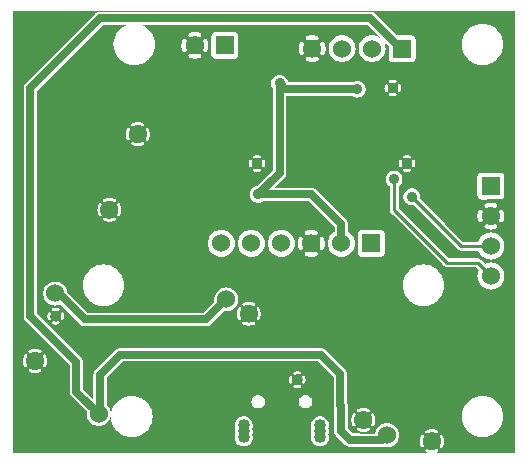
<source format=gbr>
G04 start of page 3 for group 1 idx 3 *
G04 Title: SAP, bottom power *
G04 Creator: pcb 4.0.2 *
G04 CreationDate: Tue Jun 12 19:10:11 2018 UTC *
G04 For: phil *
G04 Format: Gerber/RS-274X *
G04 PCB-Dimensions (mil): 1811.02 1574.80 *
G04 PCB-Coordinate-Origin: lower left *
%MOIN*%
%FSLAX25Y25*%
%LNBOTTOM*%
%ADD33C,0.0380*%
%ADD32C,0.0350*%
%ADD31C,0.0200*%
%ADD30C,0.1181*%
%ADD29C,0.0360*%
%ADD28C,0.0400*%
%ADD27C,0.0600*%
%ADD26C,0.0250*%
%ADD25C,0.0001*%
%ADD24C,0.0100*%
G54D24*X133071Y95669D02*X149528Y79213D01*
X159449D01*
Y69213D02*X155039Y73622D01*
X144882D01*
X127165Y91339D01*
Y101575D01*
G54D25*G36*
X163062Y157480D02*X167323D01*
Y10236D01*
X163062D01*
Y19813D01*
X163266Y20305D01*
X163519Y21360D01*
X163583Y22441D01*
X163519Y23522D01*
X163266Y24577D01*
X163062Y25068D01*
Y66514D01*
X163101Y66559D01*
X163471Y67163D01*
X163742Y67818D01*
X163907Y68506D01*
X163949Y69213D01*
X163907Y69919D01*
X163742Y70607D01*
X163471Y71262D01*
X163101Y71866D01*
X163062Y71911D01*
Y76514D01*
X163101Y76559D01*
X163471Y77163D01*
X163742Y77818D01*
X163907Y78506D01*
X163949Y79213D01*
X163907Y79919D01*
X163742Y80607D01*
X163471Y81262D01*
X163101Y81866D01*
X163062Y81911D01*
Y87066D01*
X163105Y87073D01*
X163217Y87110D01*
X163322Y87164D01*
X163416Y87234D01*
X163499Y87318D01*
X163568Y87414D01*
X163619Y87521D01*
X163767Y87928D01*
X163871Y88350D01*
X163933Y88779D01*
X163954Y89213D01*
X163933Y89646D01*
X163871Y90075D01*
X163767Y90497D01*
X163624Y90906D01*
X163571Y91013D01*
X163502Y91109D01*
X163419Y91193D01*
X163323Y91264D01*
X163218Y91318D01*
X163106Y91356D01*
X163062Y91363D01*
Y94843D01*
X163132Y94872D01*
X163333Y94995D01*
X163513Y95149D01*
X163666Y95328D01*
X163789Y95530D01*
X163880Y95748D01*
X163935Y95977D01*
X163949Y96213D01*
X163935Y102448D01*
X163880Y102678D01*
X163789Y102896D01*
X163666Y103097D01*
X163513Y103277D01*
X163333Y103430D01*
X163132Y103553D01*
X163062Y103582D01*
Y143829D01*
X163266Y144321D01*
X163519Y145376D01*
X163583Y146457D01*
X163519Y147538D01*
X163266Y148592D01*
X163062Y149084D01*
Y157480D01*
G37*
G36*
Y103582D02*X162914Y103644D01*
X162684Y103699D01*
X162449Y103713D01*
X159451Y103706D01*
Y140142D01*
X159830Y140299D01*
X160755Y140866D01*
X161580Y141570D01*
X162284Y142394D01*
X162851Y143319D01*
X163062Y143829D01*
Y103582D01*
G37*
G36*
Y81911D02*X162641Y82404D01*
X162102Y82864D01*
X161498Y83234D01*
X160844Y83506D01*
X160155Y83671D01*
X159451Y83726D01*
Y84707D01*
X159882Y84728D01*
X160312Y84791D01*
X160733Y84894D01*
X161142Y85038D01*
X161249Y85090D01*
X161345Y85159D01*
X161430Y85243D01*
X161500Y85338D01*
X161555Y85443D01*
X161592Y85556D01*
X161612Y85673D01*
X161612Y85791D01*
X161595Y85909D01*
X161559Y86022D01*
X161506Y86128D01*
X161437Y86224D01*
X161354Y86309D01*
X161258Y86379D01*
X161153Y86434D01*
X161040Y86471D01*
X160923Y86491D01*
X160805Y86492D01*
X160687Y86474D01*
X160575Y86436D01*
X160304Y86337D01*
X160023Y86268D01*
X159737Y86227D01*
X159451Y86213D01*
Y92213D01*
X159737Y92199D01*
X160023Y92157D01*
X160304Y92088D01*
X160577Y91993D01*
X160688Y91955D01*
X160805Y91937D01*
X160923Y91938D01*
X161040Y91957D01*
X161152Y91995D01*
X161256Y92049D01*
X161351Y92119D01*
X161434Y92203D01*
X161503Y92299D01*
X161556Y92405D01*
X161591Y92517D01*
X161609Y92634D01*
X161608Y92752D01*
X161589Y92868D01*
X161551Y92980D01*
X161497Y93085D01*
X161427Y93180D01*
X161343Y93263D01*
X161247Y93332D01*
X161140Y93383D01*
X160733Y93531D01*
X160312Y93634D01*
X159882Y93697D01*
X159451Y93718D01*
Y94719D01*
X162684Y94726D01*
X162914Y94782D01*
X163062Y94843D01*
Y91363D01*
X162989Y91375D01*
X162870Y91376D01*
X162753Y91359D01*
X162640Y91323D01*
X162534Y91270D01*
X162437Y91201D01*
X162353Y91117D01*
X162282Y91022D01*
X162228Y90917D01*
X162190Y90804D01*
X162171Y90687D01*
X162170Y90569D01*
X162188Y90451D01*
X162226Y90339D01*
X162324Y90068D01*
X162393Y89787D01*
X162435Y89501D01*
X162449Y89213D01*
X162435Y88924D01*
X162393Y88638D01*
X162324Y88357D01*
X162229Y88085D01*
X162191Y87973D01*
X162173Y87856D01*
X162174Y87738D01*
X162194Y87622D01*
X162231Y87510D01*
X162285Y87405D01*
X162355Y87310D01*
X162439Y87227D01*
X162535Y87159D01*
X162641Y87106D01*
X162753Y87070D01*
X162870Y87052D01*
X162988Y87053D01*
X163062Y87066D01*
Y81911D01*
G37*
G36*
Y71911D02*X162641Y72404D01*
X162102Y72864D01*
X161498Y73234D01*
X160844Y73506D01*
X160155Y73671D01*
X159451Y73726D01*
Y74699D01*
X160155Y74754D01*
X160844Y74920D01*
X161498Y75191D01*
X162102Y75561D01*
X162641Y76021D01*
X163062Y76514D01*
Y71911D01*
G37*
G36*
Y25068D02*X162851Y25578D01*
X162284Y26503D01*
X161580Y27328D01*
X160755Y28032D01*
X159830Y28599D01*
X159451Y28756D01*
Y64699D01*
X160155Y64754D01*
X160844Y64920D01*
X161498Y65191D01*
X162102Y65561D01*
X162641Y66021D01*
X163062Y66514D01*
Y25068D01*
G37*
G36*
Y10236D02*X159451D01*
Y16126D01*
X159830Y16283D01*
X160755Y16850D01*
X161580Y17554D01*
X162284Y18379D01*
X162851Y19303D01*
X163062Y19813D01*
Y10236D01*
G37*
G36*
X159451Y157480D02*X163062D01*
Y149084D01*
X162851Y149594D01*
X162284Y150519D01*
X161580Y151344D01*
X160755Y152048D01*
X159830Y152614D01*
X159451Y152772D01*
Y157480D01*
G37*
G36*
Y103706D02*X156682Y103700D01*
Y139547D01*
X156693Y139546D01*
X157774Y139631D01*
X158829Y139884D01*
X159451Y140142D01*
Y103706D01*
G37*
G36*
Y83726D02*X159449Y83726D01*
X158743Y83671D01*
X158054Y83506D01*
X157400Y83234D01*
X156796Y82864D01*
X156682Y82768D01*
Y87545D01*
X156707Y87621D01*
X156727Y87738D01*
X156728Y87857D01*
X156710Y87974D01*
X156682Y88056D01*
Y90380D01*
X156707Y90452D01*
X156724Y90569D01*
X156723Y90687D01*
X156704Y90803D01*
X156682Y90869D01*
Y94713D01*
X159451Y94719D01*
Y93718D01*
X159449Y93718D01*
X159015Y93697D01*
X158586Y93634D01*
X158165Y93531D01*
X157755Y93387D01*
X157649Y93335D01*
X157552Y93266D01*
X157468Y93183D01*
X157398Y93087D01*
X157343Y92982D01*
X157305Y92869D01*
X157286Y92752D01*
X157285Y92634D01*
X157303Y92516D01*
X157339Y92403D01*
X157392Y92297D01*
X157461Y92201D01*
X157544Y92116D01*
X157639Y92046D01*
X157745Y91991D01*
X157857Y91954D01*
X157974Y91935D01*
X158093Y91934D01*
X158210Y91951D01*
X158322Y91989D01*
X158594Y92088D01*
X158874Y92157D01*
X159160Y92199D01*
X159449Y92213D01*
X159451Y92213D01*
Y86213D01*
X159449Y86213D01*
X159160Y86227D01*
X158874Y86268D01*
X158594Y86337D01*
X158321Y86433D01*
X158209Y86470D01*
X158093Y86488D01*
X157975Y86487D01*
X157858Y86468D01*
X157746Y86431D01*
X157641Y86376D01*
X157546Y86306D01*
X157463Y86222D01*
X157395Y86126D01*
X157342Y86020D01*
X157306Y85908D01*
X157289Y85791D01*
X157290Y85673D01*
X157309Y85557D01*
X157346Y85445D01*
X157401Y85340D01*
X157471Y85245D01*
X157555Y85162D01*
X157651Y85093D01*
X157757Y85043D01*
X158165Y84894D01*
X158586Y84791D01*
X159015Y84728D01*
X159449Y84707D01*
X159451Y84707D01*
Y83726D01*
G37*
G36*
Y73726D02*X159449Y73726D01*
X158743Y73671D01*
X158054Y73506D01*
X157505Y73278D01*
X156682Y74100D01*
Y75658D01*
X156796Y75561D01*
X157400Y75191D01*
X158054Y74920D01*
X158743Y74754D01*
X159449Y74699D01*
X159451Y74699D01*
Y73726D01*
G37*
G36*
Y28756D02*X158829Y29014D01*
X157774Y29267D01*
X156693Y29352D01*
X156682Y29351D01*
Y65658D01*
X156796Y65561D01*
X157400Y65191D01*
X158054Y64920D01*
X158743Y64754D01*
X159449Y64699D01*
X159451Y64699D01*
Y28756D01*
G37*
G36*
Y10236D02*X156682D01*
Y15531D01*
X156693Y15530D01*
X157774Y15615D01*
X158829Y15868D01*
X159451Y16126D01*
Y10236D01*
G37*
G36*
X156682Y157480D02*X159451D01*
Y152772D01*
X158829Y153029D01*
X157774Y153283D01*
X156693Y153368D01*
X156682Y153367D01*
Y157480D01*
G37*
G36*
X156669Y90340D02*X156682Y90380D01*
Y88056D01*
X156672Y88086D01*
X156573Y88357D01*
X156504Y88638D01*
X156463Y88924D01*
X156449Y89213D01*
X156463Y89501D01*
X156504Y89787D01*
X156573Y90068D01*
X156669Y90340D01*
G37*
G36*
X156682Y74100D02*X156142Y74641D01*
X156103Y74686D01*
X155924Y74839D01*
X155722Y74963D01*
X155504Y75053D01*
X155275Y75108D01*
X155039Y75127D01*
X154981Y75122D01*
X145503D01*
X144153Y76472D01*
Y82466D01*
X148425Y78194D01*
X148464Y78149D01*
X148643Y77995D01*
X148844Y77872D01*
X149063Y77782D01*
X149292Y77726D01*
X149528Y77708D01*
X149586Y77713D01*
X155199D01*
X155427Y77163D01*
X155797Y76559D01*
X156257Y76021D01*
X156682Y75658D01*
Y74100D01*
G37*
G36*
Y10236D02*X144153D01*
Y72310D01*
X144199Y72281D01*
X144417Y72191D01*
X144647Y72136D01*
X144882Y72117D01*
X144941Y72122D01*
X154418D01*
X155383Y71157D01*
X155156Y70607D01*
X154991Y69919D01*
X154935Y69213D01*
X154991Y68506D01*
X155156Y67818D01*
X155427Y67163D01*
X155797Y66559D01*
X156257Y66021D01*
X156682Y65658D01*
Y29351D01*
X155612Y29267D01*
X154557Y29014D01*
X153555Y28599D01*
X152631Y28032D01*
X151806Y27328D01*
X151102Y26503D01*
X150535Y25578D01*
X150120Y24577D01*
X149867Y23522D01*
X149782Y22441D01*
X149867Y21360D01*
X150120Y20305D01*
X150535Y19303D01*
X151102Y18379D01*
X151806Y17554D01*
X152631Y16850D01*
X153555Y16283D01*
X154557Y15868D01*
X155612Y15615D01*
X156682Y15531D01*
Y10236D01*
G37*
G36*
X144153Y157480D02*X156682D01*
Y153367D01*
X155612Y153283D01*
X154557Y153029D01*
X153555Y152614D01*
X152631Y152048D01*
X151806Y151344D01*
X151102Y150519D01*
X150535Y149594D01*
X150120Y148592D01*
X149867Y147538D01*
X149782Y146457D01*
X149867Y145376D01*
X150120Y144321D01*
X150535Y143319D01*
X151102Y142394D01*
X151806Y141570D01*
X152631Y140866D01*
X153555Y140299D01*
X154557Y139884D01*
X155612Y139631D01*
X156682Y139547D01*
Y103700D01*
X156213Y103699D01*
X155984Y103644D01*
X155766Y103553D01*
X155564Y103430D01*
X155385Y103277D01*
X155232Y103097D01*
X155108Y102896D01*
X155018Y102678D01*
X154963Y102448D01*
X154949Y102213D01*
X154963Y95977D01*
X155018Y95748D01*
X155108Y95530D01*
X155232Y95328D01*
X155385Y95149D01*
X155564Y94995D01*
X155766Y94872D01*
X155984Y94782D01*
X156213Y94726D01*
X156449Y94713D01*
X156682Y94713D01*
Y90869D01*
X156667Y90915D01*
X156612Y91020D01*
X156542Y91115D01*
X156458Y91198D01*
X156362Y91267D01*
X156257Y91319D01*
X156144Y91355D01*
X156027Y91373D01*
X155909Y91372D01*
X155793Y91353D01*
X155681Y91315D01*
X155576Y91261D01*
X155481Y91191D01*
X155398Y91107D01*
X155330Y91011D01*
X155279Y90904D01*
X155130Y90497D01*
X155027Y90075D01*
X154964Y89646D01*
X154944Y89213D01*
X154964Y88779D01*
X155027Y88350D01*
X155130Y87928D01*
X155274Y87519D01*
X155327Y87413D01*
X155396Y87316D01*
X155479Y87232D01*
X155574Y87161D01*
X155680Y87107D01*
X155792Y87069D01*
X155909Y87050D01*
X156028Y87049D01*
X156145Y87067D01*
X156258Y87103D01*
X156364Y87156D01*
X156461Y87225D01*
X156545Y87308D01*
X156615Y87403D01*
X156670Y87509D01*
X156682Y87545D01*
Y82768D01*
X156257Y82404D01*
X155797Y81866D01*
X155427Y81262D01*
X155199Y80713D01*
X150149D01*
X144153Y86709D01*
Y157480D01*
G37*
G36*
X143048Y73335D02*X143780Y72603D01*
X143818Y72558D01*
X143997Y72405D01*
X144153Y72310D01*
Y10236D01*
X143048D01*
Y12042D01*
X143051Y12043D01*
X143119Y12082D01*
X143180Y12132D01*
X143233Y12190D01*
X143275Y12257D01*
X143438Y12581D01*
X143567Y12921D01*
X143665Y13272D01*
X143731Y13629D01*
X143764Y13991D01*
Y14355D01*
X143731Y14717D01*
X143665Y15075D01*
X143567Y15425D01*
X143438Y15765D01*
X143278Y16092D01*
X143236Y16158D01*
X143182Y16217D01*
X143121Y16267D01*
X143052Y16306D01*
X143048Y16308D01*
Y62781D01*
X143180Y62997D01*
X143596Y64001D01*
X143849Y65058D01*
X143913Y66142D01*
X143849Y67225D01*
X143596Y68282D01*
X143180Y69286D01*
X143048Y69502D01*
Y73335D01*
G37*
G36*
Y10236D02*X140471D01*
X140665Y10272D01*
X141016Y10370D01*
X141356Y10499D01*
X141682Y10659D01*
X141749Y10701D01*
X141808Y10755D01*
X141857Y10816D01*
X141897Y10885D01*
X141925Y10959D01*
X141941Y11036D01*
X141945Y11116D01*
X141937Y11194D01*
X141916Y11271D01*
X141884Y11343D01*
X141840Y11409D01*
X141787Y11468D01*
X141726Y11518D01*
X141657Y11557D01*
X141583Y11585D01*
X141506Y11602D01*
X141426Y11606D01*
X141348Y11597D01*
X141271Y11576D01*
X141200Y11543D01*
X140956Y11420D01*
X140702Y11324D01*
X140439Y11250D01*
X140171Y11201D01*
X139900Y11176D01*
X139762D01*
Y17170D01*
X139900D01*
X140171Y17145D01*
X140439Y17096D01*
X140702Y17023D01*
X140956Y16926D01*
X141201Y16806D01*
X141272Y16773D01*
X141348Y16752D01*
X141427Y16744D01*
X141505Y16748D01*
X141582Y16764D01*
X141656Y16792D01*
X141724Y16831D01*
X141785Y16881D01*
X141838Y16939D01*
X141881Y17005D01*
X141913Y17077D01*
X141934Y17153D01*
X141942Y17231D01*
X141938Y17310D01*
X141922Y17387D01*
X141894Y17460D01*
X141855Y17528D01*
X141805Y17590D01*
X141747Y17643D01*
X141680Y17684D01*
X141356Y17847D01*
X141016Y17977D01*
X140665Y18075D01*
X140308Y18140D01*
X139946Y18173D01*
X139762D01*
Y59808D01*
X140153Y59970D01*
X141079Y60538D01*
X141906Y61244D01*
X142612Y62070D01*
X143048Y62781D01*
Y16308D01*
X142978Y16334D01*
X142901Y16351D01*
X142821Y16355D01*
X142743Y16346D01*
X142666Y16326D01*
X142594Y16293D01*
X142528Y16250D01*
X142469Y16197D01*
X142419Y16135D01*
X142380Y16066D01*
X142352Y15992D01*
X142335Y15915D01*
X142331Y15836D01*
X142340Y15757D01*
X142361Y15681D01*
X142394Y15609D01*
X142517Y15366D01*
X142613Y15111D01*
X142687Y14849D01*
X142736Y14581D01*
X142761Y14309D01*
Y14037D01*
X142736Y13766D01*
X142687Y13498D01*
X142613Y13235D01*
X142517Y12981D01*
X142397Y12736D01*
X142363Y12665D01*
X142343Y12589D01*
X142335Y12510D01*
X142338Y12432D01*
X142355Y12355D01*
X142383Y12281D01*
X142422Y12213D01*
X142471Y12152D01*
X142530Y12099D01*
X142596Y12056D01*
X142667Y12024D01*
X142743Y12003D01*
X142822Y11995D01*
X142900Y11999D01*
X142977Y12015D01*
X143048Y12042D01*
Y10236D01*
G37*
G36*
X139762Y11176D02*X139628D01*
X139356Y11201D01*
X139088Y11250D01*
X138826Y11324D01*
X138571Y11420D01*
X138326Y11540D01*
X138255Y11574D01*
X138179Y11594D01*
X138101Y11602D01*
X138022Y11599D01*
X137945Y11582D01*
X137872Y11554D01*
X137804Y11515D01*
X137742Y11466D01*
X137690Y11407D01*
X137647Y11341D01*
X137614Y11270D01*
X137594Y11194D01*
X137585Y11115D01*
X137589Y11037D01*
X137606Y10960D01*
X137634Y10886D01*
X137673Y10818D01*
X137722Y10757D01*
X137781Y10704D01*
X137847Y10662D01*
X138172Y10499D01*
X138512Y10370D01*
X138862Y10272D01*
X139057Y10236D01*
X136997D01*
Y12095D01*
X137000Y12097D01*
X137059Y12150D01*
X137108Y12211D01*
X137148Y12280D01*
X137176Y12354D01*
X137192Y12431D01*
X137196Y12511D01*
X137188Y12589D01*
X137167Y12666D01*
X137133Y12737D01*
X137011Y12981D01*
X136997Y13017D01*
Y15330D01*
X137011Y15366D01*
X137131Y15611D01*
X137164Y15682D01*
X137185Y15758D01*
X137193Y15836D01*
X137189Y15915D01*
X137173Y15992D01*
X137145Y16065D01*
X137106Y16133D01*
X137056Y16195D01*
X136998Y16247D01*
X136997Y16248D01*
Y59216D01*
X137008Y59215D01*
X138091Y59300D01*
X139148Y59554D01*
X139762Y59808D01*
Y18173D01*
X139582D01*
X139220Y18140D01*
X138862Y18075D01*
X138512Y17977D01*
X138172Y17847D01*
X137845Y17688D01*
X137779Y17645D01*
X137720Y17592D01*
X137670Y17530D01*
X137631Y17462D01*
X137603Y17388D01*
X137586Y17310D01*
X137582Y17231D01*
X137591Y17152D01*
X137611Y17076D01*
X137644Y17004D01*
X137687Y16937D01*
X137740Y16878D01*
X137802Y16829D01*
X137871Y16789D01*
X137945Y16761D01*
X138022Y16745D01*
X138101Y16741D01*
X138180Y16749D01*
X138256Y16770D01*
X138328Y16804D01*
X138571Y16926D01*
X138826Y17023D01*
X139088Y17096D01*
X139356Y17145D01*
X139628Y17170D01*
X139762D01*
Y11176D01*
G37*
G36*
X136997Y79385D02*X143048Y73335D01*
Y69502D01*
X142612Y70213D01*
X141906Y71040D01*
X141079Y71746D01*
X140153Y72314D01*
X139148Y72730D01*
X138091Y72983D01*
X137008Y73069D01*
X136997Y73068D01*
Y79385D01*
G37*
G36*
Y89622D02*X144153Y82466D01*
Y76472D01*
X136997Y83628D01*
Y89622D01*
G37*
G36*
Y157480D02*X144153D01*
Y86709D01*
X136997Y93864D01*
Y157480D01*
G37*
G36*
Y13017D02*X136914Y13235D01*
X136841Y13498D01*
X136792Y13766D01*
X136767Y14037D01*
Y14309D01*
X136792Y14581D01*
X136841Y14849D01*
X136914Y15111D01*
X136997Y15330D01*
Y13017D01*
G37*
G36*
X126773Y89610D02*X136997Y79385D01*
Y73068D01*
X135924Y72983D01*
X134867Y72730D01*
X133863Y72314D01*
X132936Y71746D01*
X132110Y71040D01*
X131404Y70213D01*
X130836Y69286D01*
X130420Y68282D01*
X130166Y67225D01*
X130081Y66142D01*
X130166Y65058D01*
X130420Y64001D01*
X130836Y62997D01*
X131404Y62070D01*
X132110Y61244D01*
X132936Y60538D01*
X133863Y59970D01*
X134867Y59554D01*
X135924Y59300D01*
X136997Y59216D01*
Y16248D01*
X136932Y16290D01*
X136860Y16323D01*
X136784Y16343D01*
X136706Y16352D01*
X136627Y16348D01*
X136550Y16331D01*
X136477Y16303D01*
X136409Y16264D01*
X136347Y16215D01*
X136295Y16156D01*
X136253Y16090D01*
X136090Y15765D01*
X135960Y15425D01*
X135862Y15075D01*
X135797Y14717D01*
X135764Y14355D01*
Y13991D01*
X135797Y13629D01*
X135862Y13272D01*
X135960Y12921D01*
X136090Y12581D01*
X136249Y12255D01*
X136292Y12188D01*
X136345Y12129D01*
X136407Y12080D01*
X136475Y12040D01*
X136549Y12012D01*
X136627Y11996D01*
X136706Y11992D01*
X136785Y12000D01*
X136861Y12021D01*
X136934Y12053D01*
X136997Y12095D01*
Y10236D01*
X126773D01*
Y12657D01*
X127162Y12896D01*
X127640Y13305D01*
X128049Y13783D01*
X128378Y14320D01*
X128619Y14902D01*
X128766Y15514D01*
X128803Y16142D01*
X128766Y16769D01*
X128619Y17382D01*
X128378Y17963D01*
X128049Y18500D01*
X127640Y18979D01*
X127162Y19388D01*
X126773Y19626D01*
Y89610D01*
G37*
G36*
X131497Y93350D02*X131796Y93167D01*
X132203Y92998D01*
X132632Y92895D01*
X133071Y92861D01*
X133510Y92895D01*
X133682Y92937D01*
X136997Y89622D01*
Y83628D01*
X131497Y89128D01*
Y93350D01*
G37*
G36*
X133726Y157480D02*X136997D01*
Y93864D01*
X135804Y95058D01*
X135845Y95230D01*
X135871Y95669D01*
X135845Y96109D01*
X135742Y96537D01*
X135573Y96944D01*
X135343Y97320D01*
X135057Y97655D01*
X134722Y97942D01*
X134346Y98172D01*
X133939Y98340D01*
X133726Y98392D01*
Y105407D01*
X133794Y105421D01*
X133867Y105448D01*
X133936Y105487D01*
X133998Y105536D01*
X134051Y105594D01*
X134094Y105659D01*
X134126Y105731D01*
X134202Y105964D01*
X134256Y106204D01*
X134288Y106448D01*
X134299Y106693D01*
X134288Y106938D01*
X134256Y107182D01*
X134202Y107421D01*
X134128Y107656D01*
X134096Y107728D01*
X134052Y107793D01*
X133999Y107852D01*
X133937Y107901D01*
X133868Y107939D01*
X133794Y107967D01*
X133726Y107981D01*
Y140822D01*
X133727Y140822D01*
X133906Y140975D01*
X134060Y141155D01*
X134183Y141356D01*
X134274Y141574D01*
X134329Y141804D01*
X134343Y142039D01*
X134329Y148275D01*
X134274Y148504D01*
X134183Y148722D01*
X134060Y148924D01*
X133906Y149103D01*
X133727Y149257D01*
X133726Y149257D01*
Y157480D01*
G37*
G36*
Y98392D02*X133510Y98443D01*
X133071Y98478D01*
X132632Y98443D01*
X132203Y98340D01*
X131796Y98172D01*
X131497Y97989D01*
Y103890D01*
X131741Y103901D01*
X131985Y103933D01*
X132225Y103987D01*
X132459Y104061D01*
X132531Y104093D01*
X132597Y104137D01*
X132655Y104190D01*
X132704Y104252D01*
X132743Y104321D01*
X132770Y104395D01*
X132786Y104472D01*
X132789Y104551D01*
X132780Y104630D01*
X132759Y104706D01*
X132726Y104778D01*
X132682Y104843D01*
X132629Y104901D01*
X132567Y104951D01*
X132498Y104989D01*
X132424Y105017D01*
X132347Y105032D01*
X132268Y105036D01*
X132189Y105027D01*
X132114Y105004D01*
X131964Y104955D01*
X131810Y104921D01*
X131654Y104900D01*
X131497Y104893D01*
Y108493D01*
X131654Y108486D01*
X131810Y108465D01*
X131964Y108431D01*
X132114Y108383D01*
X132190Y108361D01*
X132268Y108352D01*
X132346Y108355D01*
X132424Y108371D01*
X132497Y108398D01*
X132566Y108437D01*
X132628Y108486D01*
X132681Y108544D01*
X132724Y108609D01*
X132757Y108681D01*
X132778Y108757D01*
X132787Y108835D01*
X132784Y108913D01*
X132768Y108990D01*
X132741Y109064D01*
X132702Y109133D01*
X132653Y109194D01*
X132595Y109248D01*
X132530Y109291D01*
X132458Y109323D01*
X132225Y109399D01*
X131985Y109453D01*
X131741Y109485D01*
X131497Y109496D01*
Y140550D01*
X133078Y140553D01*
X133307Y140608D01*
X133526Y140699D01*
X133726Y140822D01*
Y107981D01*
X133717Y107983D01*
X133638Y107986D01*
X133559Y107977D01*
X133483Y107956D01*
X133411Y107923D01*
X133346Y107879D01*
X133288Y107826D01*
X133238Y107764D01*
X133200Y107695D01*
X133172Y107621D01*
X133157Y107543D01*
X133153Y107465D01*
X133162Y107386D01*
X133185Y107311D01*
X133234Y107161D01*
X133268Y107007D01*
X133289Y106850D01*
X133296Y106693D01*
X133289Y106535D01*
X133268Y106379D01*
X133234Y106225D01*
X133187Y106075D01*
X133164Y105999D01*
X133155Y105921D01*
X133158Y105843D01*
X133174Y105765D01*
X133201Y105692D01*
X133240Y105623D01*
X133289Y105561D01*
X133347Y105508D01*
X133412Y105465D01*
X133484Y105432D01*
X133560Y105411D01*
X133638Y105402D01*
X133716Y105405D01*
X133726Y105407D01*
Y98392D01*
G37*
G36*
X131497Y157480D02*X133726D01*
Y149257D01*
X133526Y149380D01*
X133307Y149470D01*
X133078Y149525D01*
X132843Y149539D01*
X131497Y149536D01*
Y157480D01*
G37*
G36*
Y97989D02*X131420Y97942D01*
X131085Y97655D01*
X130799Y97320D01*
X130568Y96944D01*
X130400Y96537D01*
X130297Y96109D01*
X130262Y95669D01*
X130297Y95230D01*
X130400Y94801D01*
X130568Y94394D01*
X130799Y94018D01*
X131085Y93683D01*
X131420Y93397D01*
X131497Y93350D01*
Y89128D01*
X129002Y91624D01*
Y99461D01*
X129151Y99589D01*
X129438Y99924D01*
X129668Y100300D01*
X129837Y100707D01*
X129939Y101135D01*
X129965Y101575D01*
X129939Y102014D01*
X129837Y102443D01*
X129668Y102850D01*
X129438Y103226D01*
X129151Y103561D01*
X129002Y103689D01*
Y105528D01*
X129055Y105485D01*
X129124Y105446D01*
X129198Y105419D01*
X129275Y105403D01*
X129354Y105400D01*
X129433Y105409D01*
X129509Y105430D01*
X129581Y105463D01*
X129646Y105507D01*
X129705Y105560D01*
X129754Y105622D01*
X129792Y105691D01*
X129820Y105765D01*
X129836Y105842D01*
X129839Y105921D01*
X129830Y106000D01*
X129807Y106075D01*
X129758Y106225D01*
X129724Y106379D01*
X129703Y106535D01*
X129696Y106693D01*
X129703Y106850D01*
X129724Y107007D01*
X129758Y107161D01*
X129806Y107311D01*
X129828Y107386D01*
X129837Y107465D01*
X129834Y107543D01*
X129818Y107620D01*
X129791Y107694D01*
X129752Y107763D01*
X129703Y107824D01*
X129645Y107878D01*
X129580Y107921D01*
X129508Y107954D01*
X129432Y107975D01*
X129354Y107984D01*
X129276Y107981D01*
X129198Y107965D01*
X129125Y107938D01*
X129056Y107899D01*
X129002Y107856D01*
Y130604D01*
X129069Y130617D01*
X129143Y130645D01*
X129212Y130684D01*
X129273Y130732D01*
X129326Y130790D01*
X129370Y130856D01*
X129401Y130928D01*
X129478Y131161D01*
X129531Y131401D01*
X129564Y131644D01*
X129574Y131890D01*
X129564Y132135D01*
X129531Y132379D01*
X129478Y132618D01*
X129404Y132852D01*
X129372Y132924D01*
X129328Y132990D01*
X129274Y133048D01*
X129213Y133097D01*
X129144Y133136D01*
X129070Y133164D01*
X129002Y133178D01*
Y140544D01*
X131497Y140550D01*
Y109496D01*
X131496Y109496D01*
X131251Y109485D01*
X131007Y109453D01*
X130768Y109399D01*
X130533Y109325D01*
X130461Y109293D01*
X130396Y109249D01*
X130337Y109196D01*
X130288Y109134D01*
X130250Y109065D01*
X130222Y108991D01*
X130206Y108914D01*
X130203Y108835D01*
X130212Y108756D01*
X130233Y108680D01*
X130266Y108608D01*
X130310Y108543D01*
X130363Y108484D01*
X130425Y108435D01*
X130494Y108397D01*
X130568Y108369D01*
X130646Y108353D01*
X130724Y108350D01*
X130803Y108359D01*
X130878Y108382D01*
X131028Y108431D01*
X131182Y108465D01*
X131338Y108486D01*
X131496Y108493D01*
X131497Y108493D01*
Y104893D01*
X131496Y104893D01*
X131338Y104900D01*
X131182Y104921D01*
X131028Y104955D01*
X130878Y105002D01*
X130803Y105025D01*
X130724Y105034D01*
X130646Y105031D01*
X130569Y105015D01*
X130495Y104988D01*
X130426Y104949D01*
X130365Y104900D01*
X130311Y104842D01*
X130268Y104777D01*
X130235Y104705D01*
X130214Y104629D01*
X130205Y104551D01*
X130208Y104472D01*
X130224Y104395D01*
X130251Y104322D01*
X130290Y104253D01*
X130339Y104191D01*
X130397Y104138D01*
X130462Y104095D01*
X130534Y104063D01*
X130768Y103987D01*
X131007Y103933D01*
X131251Y103901D01*
X131496Y103890D01*
X131497Y103890D01*
Y97989D01*
G37*
G36*
X129002Y157480D02*X131497D01*
Y149536D01*
X129002Y149531D01*
Y157480D01*
G37*
G36*
Y103689D02*X128816Y103847D01*
X128440Y104077D01*
X128033Y104246D01*
X127605Y104349D01*
X127165Y104383D01*
X126773Y104353D01*
Y129087D01*
X127017Y129098D01*
X127260Y129130D01*
X127500Y129183D01*
X127734Y129258D01*
X127806Y129290D01*
X127872Y129334D01*
X127930Y129387D01*
X127979Y129449D01*
X128018Y129518D01*
X128046Y129592D01*
X128061Y129669D01*
X128065Y129748D01*
X128056Y129826D01*
X128034Y129903D01*
X128001Y129974D01*
X127958Y130040D01*
X127904Y130098D01*
X127842Y130147D01*
X127774Y130186D01*
X127700Y130214D01*
X127622Y130229D01*
X127543Y130233D01*
X127465Y130224D01*
X127389Y130201D01*
X127240Y130152D01*
X127086Y130117D01*
X126929Y130097D01*
X126773Y130090D01*
Y133690D01*
X126929Y133683D01*
X127086Y133662D01*
X127240Y133628D01*
X127390Y133580D01*
X127465Y133558D01*
X127543Y133549D01*
X127622Y133552D01*
X127699Y133568D01*
X127773Y133595D01*
X127841Y133634D01*
X127903Y133683D01*
X127956Y133740D01*
X128000Y133806D01*
X128033Y133878D01*
X128054Y133953D01*
X128063Y134032D01*
X128060Y134110D01*
X128044Y134187D01*
X128017Y134261D01*
X127978Y134330D01*
X127929Y134391D01*
X127871Y134445D01*
X127805Y134488D01*
X127733Y134519D01*
X127500Y134596D01*
X127260Y134649D01*
X127017Y134682D01*
X126773Y134692D01*
Y140544D01*
X126843Y140539D01*
X129002Y140544D01*
Y133178D01*
X128992Y133179D01*
X128913Y133183D01*
X128835Y133174D01*
X128759Y133152D01*
X128687Y133120D01*
X128621Y133076D01*
X128563Y133022D01*
X128514Y132961D01*
X128475Y132892D01*
X128448Y132818D01*
X128432Y132740D01*
X128429Y132661D01*
X128438Y132583D01*
X128461Y132507D01*
X128510Y132358D01*
X128544Y132204D01*
X128565Y132047D01*
X128572Y131890D01*
X128565Y131732D01*
X128544Y131576D01*
X128510Y131422D01*
X128462Y131272D01*
X128440Y131196D01*
X128431Y131118D01*
X128434Y131039D01*
X128449Y130962D01*
X128477Y130889D01*
X128515Y130820D01*
X128564Y130758D01*
X128622Y130705D01*
X128688Y130661D01*
X128759Y130629D01*
X128835Y130608D01*
X128913Y130599D01*
X128992Y130602D01*
X129002Y130604D01*
Y107856D01*
X128995Y107850D01*
X128941Y107792D01*
X128898Y107727D01*
X128866Y107655D01*
X128790Y107421D01*
X128736Y107182D01*
X128704Y106938D01*
X128693Y106693D01*
X128704Y106448D01*
X128736Y106204D01*
X128790Y105964D01*
X128864Y105730D01*
X128896Y105658D01*
X128940Y105592D01*
X128993Y105534D01*
X129002Y105528D01*
Y103689D01*
G37*
G36*
Y91624D02*X128665Y91960D01*
Y99210D01*
X128816Y99303D01*
X129002Y99461D01*
Y91624D01*
G37*
G36*
X126773Y157480D02*X129002D01*
Y149531D01*
X128063Y149529D01*
X126773Y150819D01*
Y157480D01*
G37*
G36*
Y10236D02*X102459D01*
Y12411D01*
X102464Y12411D01*
X102935Y12448D01*
X103394Y12558D01*
X103830Y12739D01*
X104233Y12986D01*
X104592Y13292D01*
X104898Y13652D01*
X105145Y14054D01*
X105326Y14490D01*
X105436Y14950D01*
X105464Y15420D01*
X105436Y15891D01*
X105326Y16350D01*
X105297Y16420D01*
X105326Y16490D01*
X105436Y16950D01*
X105464Y17420D01*
X105436Y17891D01*
X105326Y18350D01*
X105297Y18420D01*
X105326Y18490D01*
X105436Y18950D01*
X105464Y19420D01*
X105436Y19891D01*
X105326Y20350D01*
X105145Y20786D01*
X104898Y21189D01*
X104592Y21548D01*
X104233Y21855D01*
X103830Y22102D01*
X103394Y22282D01*
X102935Y22393D01*
X102464Y22430D01*
X102459Y22429D01*
Y40068D01*
X107041Y35485D01*
Y26269D01*
X107034Y26181D01*
X107062Y25828D01*
Y25828D01*
X107145Y25484D01*
X107199Y25353D01*
Y17765D01*
X107192Y17677D01*
X107220Y17324D01*
Y17324D01*
X107302Y16980D01*
X107438Y16653D01*
X107508Y16538D01*
X107623Y16351D01*
X107623Y16350D01*
X107853Y16081D01*
X107920Y16024D01*
X110906Y13038D01*
X110963Y12971D01*
X111232Y12741D01*
X111232Y12741D01*
X111420Y12626D01*
X111534Y12556D01*
X111862Y12420D01*
X112206Y12338D01*
X112206D01*
X112559Y12310D01*
X112647Y12317D01*
X114881D01*
X115011Y12263D01*
X115356Y12180D01*
X115356D01*
X115709Y12153D01*
X115797Y12159D01*
X122983D01*
X123071Y12153D01*
X123424Y12180D01*
X123424Y12180D01*
X123768Y12263D01*
X123789Y12272D01*
X124175Y12179D01*
X124803Y12129D01*
X125431Y12179D01*
X126043Y12326D01*
X126625Y12567D01*
X126773Y12657D01*
Y10236D01*
G37*
G36*
X102459D02*X98421D01*
Y25250D01*
X98662Y25350D01*
X98964Y25535D01*
X99234Y25765D01*
X99464Y26035D01*
X99649Y26337D01*
X99784Y26664D01*
X99867Y27008D01*
X99888Y27361D01*
X99867Y27714D01*
X99784Y28059D01*
X99649Y28386D01*
X99464Y28688D01*
X99234Y28957D01*
X98964Y29187D01*
X98662Y29372D01*
X98421Y29472D01*
Y40781D01*
X101745D01*
X102459Y40068D01*
Y22429D01*
X101993Y22393D01*
X101534Y22282D01*
X101098Y22102D01*
X100695Y21855D01*
X100336Y21548D01*
X100029Y21189D01*
X99783Y20786D01*
X99602Y20350D01*
X99492Y19891D01*
X99455Y19420D01*
X99492Y18950D01*
X99602Y18490D01*
X99631Y18420D01*
X99602Y18350D01*
X99492Y17891D01*
X99455Y17420D01*
X99492Y16950D01*
X99602Y16490D01*
X99631Y16420D01*
X99602Y16350D01*
X99492Y15891D01*
X99455Y15420D01*
X99492Y14950D01*
X99602Y14490D01*
X99783Y14054D01*
X100029Y13652D01*
X100336Y13292D01*
X100695Y12986D01*
X101098Y12739D01*
X101534Y12558D01*
X101993Y12448D01*
X102459Y12411D01*
Y10236D01*
G37*
G36*
X124542Y100592D02*X124663Y100300D01*
X124893Y99924D01*
X125179Y99589D01*
X125514Y99303D01*
X125665Y99210D01*
Y91397D01*
X125661Y91339D01*
X125679Y91103D01*
X125734Y90874D01*
X125825Y90655D01*
X125948Y90454D01*
X126101Y90275D01*
X126146Y90236D01*
X126773Y89610D01*
Y19626D01*
X126625Y19717D01*
X126043Y19958D01*
X125431Y20105D01*
X124803Y20154D01*
X124542Y20133D01*
Y100592D01*
G37*
G36*
X126773Y104353D02*X126726Y104349D01*
X126297Y104246D01*
X125890Y104077D01*
X125514Y103847D01*
X125179Y103561D01*
X124893Y103226D01*
X124663Y102850D01*
X124542Y102558D01*
Y130602D01*
X124551Y130600D01*
X124630Y130597D01*
X124708Y130606D01*
X124784Y130627D01*
X124856Y130660D01*
X124922Y130704D01*
X124980Y130757D01*
X125029Y130819D01*
X125068Y130888D01*
X125096Y130962D01*
X125111Y131039D01*
X125115Y131118D01*
X125105Y131197D01*
X125083Y131272D01*
X125034Y131422D01*
X124999Y131576D01*
X124979Y131732D01*
X124972Y131890D01*
X124979Y132047D01*
X124999Y132204D01*
X125034Y132358D01*
X125081Y132508D01*
X125104Y132583D01*
X125113Y132661D01*
X125109Y132740D01*
X125094Y132817D01*
X125066Y132891D01*
X125028Y132960D01*
X124979Y133021D01*
X124921Y133074D01*
X124855Y133118D01*
X124784Y133151D01*
X124708Y133172D01*
X124630Y133181D01*
X124551Y133178D01*
X124542Y133176D01*
Y146686D01*
X125347Y145880D01*
X125356Y141804D01*
X125412Y141574D01*
X125502Y141356D01*
X125625Y141155D01*
X125779Y140975D01*
X125958Y140822D01*
X126159Y140699D01*
X126378Y140608D01*
X126607Y140553D01*
X126773Y140544D01*
Y134692D01*
X126772Y134692D01*
X126526Y134682D01*
X126283Y134649D01*
X126043Y134596D01*
X125809Y134522D01*
X125737Y134490D01*
X125671Y134446D01*
X125613Y134393D01*
X125564Y134331D01*
X125525Y134262D01*
X125498Y134188D01*
X125482Y134110D01*
X125479Y134031D01*
X125488Y133953D01*
X125509Y133877D01*
X125542Y133805D01*
X125586Y133739D01*
X125639Y133681D01*
X125701Y133632D01*
X125770Y133593D01*
X125844Y133566D01*
X125921Y133550D01*
X126000Y133547D01*
X126078Y133556D01*
X126154Y133579D01*
X126304Y133628D01*
X126458Y133662D01*
X126614Y133683D01*
X126772Y133690D01*
X126773Y133690D01*
Y130090D01*
X126772Y130090D01*
X126614Y130097D01*
X126458Y130117D01*
X126304Y130152D01*
X126153Y130199D01*
X126078Y130222D01*
X126000Y130231D01*
X125921Y130228D01*
X125844Y130212D01*
X125770Y130185D01*
X125702Y130146D01*
X125640Y130097D01*
X125587Y130039D01*
X125543Y129974D01*
X125511Y129902D01*
X125489Y129826D01*
X125480Y129748D01*
X125484Y129669D01*
X125499Y129592D01*
X125527Y129518D01*
X125565Y129450D01*
X125614Y129388D01*
X125672Y129335D01*
X125738Y129291D01*
X125810Y129260D01*
X126043Y129183D01*
X126283Y129130D01*
X126526Y129098D01*
X126772Y129087D01*
X126773Y129087D01*
Y104353D01*
G37*
G36*
X116931Y152868D02*X118359D01*
X122774Y148454D01*
X122496Y148691D01*
X121892Y149061D01*
X121237Y149332D01*
X120549Y149498D01*
X119843Y149553D01*
X119136Y149498D01*
X118448Y149332D01*
X117793Y149061D01*
X117189Y148691D01*
X116931Y148470D01*
Y152868D01*
G37*
G36*
X124542Y102558D02*X124494Y102443D01*
X124391Y102014D01*
X124357Y101575D01*
X124391Y101135D01*
X124494Y100707D01*
X124542Y100592D01*
Y20133D01*
X124175Y20105D01*
X123563Y19958D01*
X122982Y19717D01*
X122445Y19388D01*
X121966Y18979D01*
X121557Y18500D01*
X121228Y17963D01*
X120987Y17382D01*
X120840Y16769D01*
X120832Y16659D01*
X120213D01*
Y19128D01*
X120216Y19130D01*
X120284Y19169D01*
X120346Y19218D01*
X120398Y19277D01*
X120440Y19343D01*
X120603Y19668D01*
X120733Y20008D01*
X120830Y20358D01*
X120896Y20716D01*
X120929Y21078D01*
Y21442D01*
X120896Y21804D01*
X120830Y22162D01*
X120733Y22512D01*
X120603Y22852D01*
X120444Y23178D01*
X120401Y23245D01*
X120348Y23304D01*
X120286Y23353D01*
X120217Y23393D01*
X120213Y23395D01*
Y75587D01*
X122842Y75593D01*
X123071Y75648D01*
X123289Y75738D01*
X123491Y75861D01*
X123670Y76015D01*
X123824Y76194D01*
X123947Y76396D01*
X124037Y76614D01*
X124092Y76843D01*
X124106Y77079D01*
X124092Y83314D01*
X124037Y83544D01*
X123947Y83762D01*
X123824Y83963D01*
X123670Y84143D01*
X123491Y84296D01*
X123289Y84419D01*
X123071Y84510D01*
X122842Y84565D01*
X122606Y84579D01*
X120213Y84573D01*
Y140555D01*
X120549Y140581D01*
X121237Y140746D01*
X121892Y141017D01*
X122496Y141388D01*
X123034Y141848D01*
X123494Y142386D01*
X123864Y142990D01*
X124135Y143645D01*
X124301Y144333D01*
X124343Y145039D01*
X124301Y145745D01*
X124135Y146434D01*
X123864Y147089D01*
X123494Y147693D01*
X123257Y147971D01*
X124542Y146686D01*
Y133176D01*
X124474Y133162D01*
X124400Y133135D01*
X124332Y133096D01*
X124270Y133047D01*
X124217Y132989D01*
X124173Y132924D01*
X124142Y132851D01*
X124065Y132618D01*
X124012Y132379D01*
X123980Y132135D01*
X123969Y131890D01*
X123980Y131644D01*
X124012Y131401D01*
X124065Y131161D01*
X124139Y130927D01*
X124172Y130855D01*
X124215Y130789D01*
X124269Y130731D01*
X124331Y130682D01*
X124400Y130643D01*
X124474Y130616D01*
X124542Y130602D01*
Y102558D01*
G37*
G36*
X120213Y84573D02*X116931Y84566D01*
Y129496D01*
X116947Y129510D01*
X117233Y129845D01*
X117463Y130221D01*
X117632Y130628D01*
X117735Y131057D01*
X117761Y131496D01*
X117735Y131935D01*
X117632Y132364D01*
X117463Y132771D01*
X117233Y133147D01*
X116947Y133482D01*
X116931Y133496D01*
Y141608D01*
X117189Y141388D01*
X117793Y141017D01*
X118448Y140746D01*
X119136Y140581D01*
X119843Y140525D01*
X120213Y140555D01*
Y84573D01*
G37*
G36*
Y16659D02*X116931D01*
Y17260D01*
X117111D01*
X117473Y17293D01*
X117831Y17359D01*
X118181Y17456D01*
X118521Y17586D01*
X118848Y17745D01*
X118914Y17788D01*
X118973Y17841D01*
X119023Y17903D01*
X119062Y17972D01*
X119090Y18046D01*
X119107Y18123D01*
X119111Y18202D01*
X119102Y18281D01*
X119081Y18357D01*
X119049Y18430D01*
X119006Y18496D01*
X118953Y18555D01*
X118891Y18604D01*
X118822Y18644D01*
X118748Y18672D01*
X118671Y18688D01*
X118592Y18692D01*
X118513Y18684D01*
X118437Y18663D01*
X118365Y18629D01*
X118122Y18507D01*
X117867Y18410D01*
X117605Y18337D01*
X117337Y18288D01*
X117065Y18263D01*
X116931D01*
Y24257D01*
X117065D01*
X117337Y24232D01*
X117605Y24183D01*
X117867Y24109D01*
X118122Y24013D01*
X118367Y23893D01*
X118438Y23860D01*
X118514Y23839D01*
X118592Y23831D01*
X118670Y23835D01*
X118748Y23851D01*
X118821Y23879D01*
X118889Y23918D01*
X118951Y23967D01*
X119003Y24026D01*
X119046Y24092D01*
X119079Y24163D01*
X119099Y24239D01*
X119107Y24318D01*
X119104Y24396D01*
X119087Y24473D01*
X119059Y24547D01*
X119020Y24615D01*
X118971Y24676D01*
X118912Y24729D01*
X118846Y24771D01*
X118521Y24934D01*
X118181Y25063D01*
X117831Y25161D01*
X117473Y25227D01*
X117111Y25260D01*
X116931D01*
Y75579D01*
X120213Y75587D01*
Y23395D01*
X120143Y23421D01*
X120066Y23437D01*
X119987Y23441D01*
X119908Y23433D01*
X119832Y23412D01*
X119759Y23380D01*
X119693Y23337D01*
X119634Y23283D01*
X119585Y23222D01*
X119545Y23153D01*
X119517Y23079D01*
X119501Y23002D01*
X119497Y22923D01*
X119505Y22844D01*
X119526Y22767D01*
X119560Y22696D01*
X119682Y22452D01*
X119779Y22198D01*
X119852Y21935D01*
X119901Y21667D01*
X119926Y21396D01*
Y21124D01*
X119901Y20852D01*
X119852Y20584D01*
X119779Y20322D01*
X119682Y20067D01*
X119562Y19822D01*
X119529Y19751D01*
X119508Y19675D01*
X119500Y19597D01*
X119504Y19518D01*
X119520Y19441D01*
X119548Y19368D01*
X119587Y19300D01*
X119637Y19238D01*
X119695Y19186D01*
X119761Y19143D01*
X119833Y19110D01*
X119909Y19090D01*
X119987Y19081D01*
X120066Y19085D01*
X120143Y19102D01*
X120213Y19128D01*
Y16659D01*
G37*
G36*
X116931Y133496D02*X116612Y133768D01*
X116236Y133999D01*
X115829Y134167D01*
X115400Y134270D01*
X114961Y134305D01*
X114521Y134270D01*
X114093Y134167D01*
X113686Y133999D01*
X113310Y133768D01*
X113284Y133746D01*
X109836D01*
Y140526D01*
X109843Y140525D01*
X110549Y140581D01*
X111237Y140746D01*
X111892Y141017D01*
X112496Y141388D01*
X113034Y141848D01*
X113494Y142386D01*
X113864Y142990D01*
X114135Y143645D01*
X114301Y144333D01*
X114343Y145039D01*
X114301Y145745D01*
X114135Y146434D01*
X113864Y147089D01*
X113494Y147693D01*
X113034Y148231D01*
X112496Y148691D01*
X111892Y149061D01*
X111237Y149332D01*
X110549Y149498D01*
X109843Y149553D01*
X109836Y149553D01*
Y152868D01*
X116931D01*
Y148470D01*
X116651Y148231D01*
X116191Y147693D01*
X115821Y147089D01*
X115550Y146434D01*
X115384Y145745D01*
X115329Y145039D01*
X115384Y144333D01*
X115550Y143645D01*
X115821Y142990D01*
X116191Y142386D01*
X116651Y141848D01*
X116931Y141608D01*
Y133496D01*
G37*
G36*
X109836Y133746D02*X103456D01*
Y142892D01*
X103498Y142899D01*
X103610Y142937D01*
X103715Y142991D01*
X103810Y143061D01*
X103893Y143145D01*
X103962Y143241D01*
X104012Y143348D01*
X104161Y143755D01*
X104264Y144177D01*
X104327Y144606D01*
X104348Y145039D01*
X104327Y145473D01*
X104264Y145902D01*
X104161Y146324D01*
X104017Y146733D01*
X103965Y146839D01*
X103896Y146936D01*
X103812Y147020D01*
X103717Y147091D01*
X103612Y147145D01*
X103499Y147183D01*
X103456Y147190D01*
Y152868D01*
X109836D01*
Y149553D01*
X109136Y149498D01*
X108448Y149332D01*
X107793Y149061D01*
X107189Y148691D01*
X106651Y148231D01*
X106191Y147693D01*
X105821Y147089D01*
X105550Y146434D01*
X105384Y145745D01*
X105329Y145039D01*
X105384Y144333D01*
X105550Y143645D01*
X105821Y142990D01*
X106191Y142386D01*
X106651Y141848D01*
X107189Y141388D01*
X107793Y141017D01*
X108448Y140746D01*
X109136Y140581D01*
X109836Y140526D01*
Y133746D01*
G37*
G36*
X103456D02*X98421D01*
Y140771D01*
X98558Y140721D01*
X98980Y140618D01*
X99409Y140555D01*
X99843Y140534D01*
X100276Y140555D01*
X100705Y140618D01*
X101127Y140721D01*
X101536Y140865D01*
X101642Y140917D01*
X101739Y140986D01*
X101823Y141069D01*
X101894Y141165D01*
X101948Y141270D01*
X101986Y141383D01*
X102005Y141500D01*
X102006Y141618D01*
X101988Y141736D01*
X101953Y141849D01*
X101900Y141955D01*
X101831Y142051D01*
X101747Y142136D01*
X101652Y142206D01*
X101547Y142261D01*
X101434Y142298D01*
X101317Y142317D01*
X101198Y142318D01*
X101081Y142301D01*
X100969Y142263D01*
X100698Y142164D01*
X100417Y142095D01*
X100131Y142053D01*
X99843Y142039D01*
X99554Y142053D01*
X99268Y142095D01*
X98987Y142164D01*
X98715Y142259D01*
X98603Y142297D01*
X98486Y142315D01*
X98421Y142314D01*
Y147761D01*
X98487Y147760D01*
X98604Y147778D01*
X98716Y147816D01*
X98987Y147915D01*
X99268Y147984D01*
X99554Y148025D01*
X99843Y148039D01*
X100131Y148025D01*
X100417Y147984D01*
X100698Y147915D01*
X100970Y147819D01*
X101082Y147782D01*
X101199Y147764D01*
X101317Y147765D01*
X101433Y147784D01*
X101545Y147821D01*
X101650Y147876D01*
X101745Y147946D01*
X101828Y148030D01*
X101897Y148126D01*
X101949Y148231D01*
X101985Y148344D01*
X102003Y148461D01*
X102002Y148579D01*
X101982Y148695D01*
X101945Y148807D01*
X101891Y148912D01*
X101821Y149007D01*
X101737Y149090D01*
X101641Y149159D01*
X101534Y149209D01*
X101127Y149358D01*
X100705Y149461D01*
X100276Y149524D01*
X99843Y149545D01*
X99409Y149524D01*
X98980Y149461D01*
X98558Y149358D01*
X98421Y149309D01*
Y152868D01*
X103456D01*
Y147190D01*
X103382Y147202D01*
X103264Y147203D01*
X103146Y147185D01*
X103033Y147149D01*
X102927Y147096D01*
X102831Y147027D01*
X102746Y146944D01*
X102676Y146849D01*
X102621Y146743D01*
X102584Y146631D01*
X102564Y146514D01*
X102564Y146395D01*
X102581Y146278D01*
X102619Y146166D01*
X102718Y145894D01*
X102787Y145614D01*
X102829Y145328D01*
X102843Y145039D01*
X102829Y144751D01*
X102787Y144465D01*
X102718Y144184D01*
X102622Y143912D01*
X102585Y143800D01*
X102567Y143683D01*
X102568Y143565D01*
X102587Y143449D01*
X102625Y143337D01*
X102679Y143232D01*
X102749Y143137D01*
X102833Y143054D01*
X102929Y142985D01*
X103035Y142933D01*
X103147Y142897D01*
X103264Y142879D01*
X103382Y142880D01*
X103456Y142892D01*
Y133746D01*
G37*
G36*
X116931Y16659D02*X116379D01*
X116249Y16713D01*
X115904Y16796D01*
X115551Y16824D01*
X115463Y16817D01*
X113645D01*
Y19125D01*
X113715Y19099D01*
X113792Y19082D01*
X113871Y19078D01*
X113950Y19087D01*
X114027Y19108D01*
X114099Y19140D01*
X114165Y19183D01*
X114224Y19236D01*
X114274Y19298D01*
X114313Y19367D01*
X114341Y19441D01*
X114358Y19518D01*
X114362Y19597D01*
X114353Y19676D01*
X114332Y19752D01*
X114299Y19824D01*
X114176Y20067D01*
X114080Y20322D01*
X114006Y20584D01*
X113957Y20852D01*
X113932Y21124D01*
Y21396D01*
X113957Y21667D01*
X114006Y21935D01*
X114080Y22198D01*
X114176Y22452D01*
X114296Y22697D01*
X114329Y22768D01*
X114350Y22844D01*
X114358Y22923D01*
X114354Y23001D01*
X114338Y23078D01*
X114310Y23152D01*
X114271Y23220D01*
X114222Y23281D01*
X114163Y23334D01*
X114097Y23377D01*
X114026Y23409D01*
X113950Y23430D01*
X113871Y23438D01*
X113793Y23434D01*
X113716Y23418D01*
X113645Y23391D01*
Y78071D01*
X113899Y78684D01*
X114065Y79373D01*
X114106Y80079D01*
X114065Y80785D01*
X113899Y81474D01*
X113645Y82087D01*
Y129018D01*
X113686Y128994D01*
X114093Y128825D01*
X114521Y128722D01*
X114961Y128687D01*
X115400Y128722D01*
X115829Y128825D01*
X116236Y128994D01*
X116612Y129224D01*
X116931Y129496D01*
Y84566D01*
X116371Y84565D01*
X116141Y84510D01*
X115923Y84419D01*
X115722Y84296D01*
X115542Y84143D01*
X115389Y83963D01*
X115266Y83762D01*
X115175Y83544D01*
X115120Y83314D01*
X115106Y83079D01*
X115120Y76843D01*
X115175Y76614D01*
X115266Y76396D01*
X115389Y76194D01*
X115542Y76015D01*
X115722Y75861D01*
X115923Y75738D01*
X116141Y75648D01*
X116371Y75593D01*
X116606Y75579D01*
X116931Y75579D01*
Y25260D01*
X116747D01*
X116385Y25227D01*
X116027Y25161D01*
X115677Y25063D01*
X115337Y24934D01*
X115011Y24774D01*
X114944Y24732D01*
X114885Y24678D01*
X114836Y24617D01*
X114796Y24548D01*
X114768Y24474D01*
X114752Y24397D01*
X114748Y24318D01*
X114756Y24239D01*
X114777Y24162D01*
X114809Y24090D01*
X114852Y24024D01*
X114906Y23965D01*
X114967Y23915D01*
X115036Y23876D01*
X115110Y23848D01*
X115187Y23831D01*
X115266Y23827D01*
X115345Y23836D01*
X115422Y23857D01*
X115493Y23890D01*
X115737Y24013D01*
X115991Y24109D01*
X116254Y24183D01*
X116522Y24232D01*
X116793Y24257D01*
X116931D01*
Y18263D01*
X116793D01*
X116522Y18288D01*
X116254Y18337D01*
X115991Y18410D01*
X115737Y18507D01*
X115492Y18627D01*
X115421Y18660D01*
X115345Y18681D01*
X115266Y18689D01*
X115188Y18685D01*
X115111Y18669D01*
X115037Y18641D01*
X114969Y18602D01*
X114908Y18552D01*
X114855Y18494D01*
X114812Y18428D01*
X114780Y18356D01*
X114759Y18280D01*
X114751Y18202D01*
X114755Y18123D01*
X114771Y18046D01*
X114799Y17973D01*
X114838Y17905D01*
X114888Y17843D01*
X114946Y17791D01*
X115013Y17749D01*
X115337Y17586D01*
X115677Y17456D01*
X116027Y17359D01*
X116385Y17293D01*
X116747Y17260D01*
X116931D01*
Y16659D01*
G37*
G36*
X113645Y82087D02*X113628Y82128D01*
X113258Y82732D01*
X112798Y83271D01*
X112259Y83731D01*
X111856Y83978D01*
Y86369D01*
X111863Y86457D01*
X111835Y86810D01*
X111753Y87154D01*
X111713Y87250D01*
X111617Y87481D01*
X111503Y87669D01*
X111432Y87783D01*
X111432Y87783D01*
X111202Y88053D01*
X111135Y88110D01*
X101260Y97985D01*
X101202Y98053D01*
X100933Y98283D01*
X100933Y98283D01*
X100818Y98353D01*
X100631Y98468D01*
X100400Y98563D01*
X100304Y98603D01*
X99959Y98686D01*
X99606Y98714D01*
X99518Y98707D01*
X98421D01*
Y129246D01*
X113284D01*
X113310Y129224D01*
X113645Y129018D01*
Y82087D01*
G37*
G36*
Y16817D02*X113491D01*
X111699Y18609D01*
Y25935D01*
X111706Y26024D01*
X111678Y26377D01*
X111595Y26721D01*
X111556Y26817D01*
X111541Y26851D01*
Y36329D01*
X111548Y36417D01*
X111520Y36770D01*
X111438Y37115D01*
X111398Y37211D01*
X111302Y37442D01*
X111188Y37629D01*
X111117Y37744D01*
X111117Y37744D01*
X110887Y38013D01*
X110820Y38071D01*
X104331Y44560D01*
X104273Y44627D01*
X104004Y44857D01*
X104004Y44857D01*
X103889Y44928D01*
X103702Y45042D01*
X103470Y45138D01*
X103375Y45178D01*
X103219Y45215D01*
Y77932D01*
X103262Y77939D01*
X103374Y77976D01*
X103479Y78030D01*
X103574Y78101D01*
X103657Y78185D01*
X103726Y78281D01*
X103776Y78387D01*
X103925Y78795D01*
X104028Y79216D01*
X104091Y79645D01*
X104112Y80079D01*
X104091Y80512D01*
X104028Y80942D01*
X103925Y81363D01*
X103781Y81772D01*
X103729Y81879D01*
X103660Y81975D01*
X103576Y82060D01*
X103481Y82130D01*
X103376Y82185D01*
X103263Y82222D01*
X103219Y82229D01*
Y89662D01*
X107356Y85525D01*
Y83978D01*
X106953Y83731D01*
X106415Y83271D01*
X105954Y82732D01*
X105584Y82128D01*
X105313Y81474D01*
X105148Y80785D01*
X105092Y80079D01*
X105148Y79373D01*
X105313Y78684D01*
X105584Y78029D01*
X105954Y77426D01*
X106415Y76887D01*
X106953Y76427D01*
X107557Y76057D01*
X108211Y75786D01*
X108900Y75620D01*
X109606Y75565D01*
X110312Y75620D01*
X111001Y75786D01*
X111656Y76057D01*
X112259Y76427D01*
X112798Y76887D01*
X113258Y77426D01*
X113628Y78029D01*
X113645Y78071D01*
Y23391D01*
X113642Y23390D01*
X113574Y23351D01*
X113513Y23301D01*
X113460Y23243D01*
X113418Y23176D01*
X113255Y22852D01*
X113126Y22512D01*
X113028Y22162D01*
X112962Y21804D01*
X112929Y21442D01*
Y21078D01*
X112962Y20716D01*
X113028Y20358D01*
X113126Y20008D01*
X113255Y19668D01*
X113415Y19341D01*
X113457Y19275D01*
X113511Y19216D01*
X113572Y19166D01*
X113641Y19127D01*
X113645Y19125D01*
Y16817D01*
G37*
G36*
X103219Y45215D02*X103030Y45261D01*
X102677Y45288D01*
X102589Y45281D01*
X98421D01*
Y75736D01*
X98744Y75657D01*
X99173Y75594D01*
X99606Y75574D01*
X100040Y75594D01*
X100469Y75657D01*
X100890Y75760D01*
X101300Y75904D01*
X101406Y75957D01*
X101503Y76026D01*
X101587Y76109D01*
X101658Y76204D01*
X101712Y76309D01*
X101750Y76422D01*
X101769Y76539D01*
X101770Y76658D01*
X101752Y76775D01*
X101716Y76888D01*
X101663Y76994D01*
X101594Y77090D01*
X101511Y77175D01*
X101416Y77245D01*
X101310Y77300D01*
X101198Y77337D01*
X101081Y77357D01*
X100962Y77358D01*
X100845Y77340D01*
X100733Y77302D01*
X100461Y77203D01*
X100181Y77134D01*
X99895Y77093D01*
X99606Y77079D01*
X99318Y77093D01*
X99032Y77134D01*
X98751Y77203D01*
X98479Y77299D01*
X98421Y77318D01*
Y82836D01*
X98480Y82855D01*
X98751Y82954D01*
X99032Y83023D01*
X99318Y83065D01*
X99606Y83079D01*
X99895Y83065D01*
X100181Y83023D01*
X100461Y82954D01*
X100734Y82859D01*
X100846Y82821D01*
X100962Y82803D01*
X101081Y82804D01*
X101197Y82823D01*
X101309Y82861D01*
X101414Y82915D01*
X101509Y82985D01*
X101592Y83069D01*
X101660Y83165D01*
X101713Y83271D01*
X101749Y83383D01*
X101766Y83500D01*
X101766Y83618D01*
X101746Y83735D01*
X101709Y83847D01*
X101655Y83951D01*
X101585Y84046D01*
X101500Y84129D01*
X101404Y84198D01*
X101298Y84249D01*
X100890Y84397D01*
X100469Y84501D01*
X100040Y84563D01*
X99606Y84584D01*
X99173Y84563D01*
X98744Y84501D01*
X98421Y84421D01*
Y94207D01*
X98674D01*
X103219Y89662D01*
Y82229D01*
X103146Y82241D01*
X103027Y82242D01*
X102910Y82225D01*
X102797Y82189D01*
X102691Y82136D01*
X102595Y82067D01*
X102510Y81984D01*
X102440Y81888D01*
X102385Y81783D01*
X102348Y81670D01*
X102328Y81553D01*
X102327Y81435D01*
X102345Y81317D01*
X102383Y81205D01*
X102482Y80934D01*
X102551Y80653D01*
X102592Y80367D01*
X102606Y80079D01*
X102592Y79790D01*
X102551Y79504D01*
X102482Y79224D01*
X102386Y78951D01*
X102348Y78839D01*
X102331Y78723D01*
X102332Y78605D01*
X102351Y78488D01*
X102388Y78376D01*
X102443Y78271D01*
X102513Y78176D01*
X102597Y78093D01*
X102693Y78025D01*
X102798Y77972D01*
X102911Y77936D01*
X103028Y77919D01*
X103146Y77919D01*
X103219Y77932D01*
Y45215D01*
G37*
G36*
X98421Y157480D02*X126773D01*
Y150819D01*
X120945Y156647D01*
X120887Y156714D01*
X120618Y156944D01*
X120618Y156944D01*
X120503Y157014D01*
X120316Y157129D01*
X120085Y157225D01*
X119989Y157265D01*
X119644Y157347D01*
X119291Y157375D01*
X119203Y157368D01*
X98421D01*
Y157480D01*
G37*
G36*
X87322Y98707D02*X90505Y101890D01*
X90572Y101947D01*
X90802Y102216D01*
X90802Y102217D01*
X90987Y102519D01*
X91123Y102846D01*
X91206Y103190D01*
X91233Y103543D01*
X91226Y103632D01*
Y129246D01*
X98421D01*
Y98707D01*
X87322D01*
G37*
G36*
X81497Y57875D02*X81590Y57631D01*
X81663Y57368D01*
X81712Y57100D01*
X81737Y56829D01*
Y56557D01*
X81712Y56285D01*
X81663Y56017D01*
X81590Y55755D01*
X81497Y55511D01*
Y57875D01*
G37*
G36*
X96229Y152868D02*X98421D01*
Y149309D01*
X98149Y149214D01*
X98043Y149162D01*
X97946Y149093D01*
X97862Y149009D01*
X97791Y148914D01*
X97737Y148809D01*
X97699Y148696D01*
X97680Y148579D01*
X97679Y148461D01*
X97697Y148343D01*
X97732Y148230D01*
X97785Y148124D01*
X97854Y148028D01*
X97938Y147943D01*
X98033Y147873D01*
X98138Y147818D01*
X98251Y147781D01*
X98368Y147761D01*
X98421Y147761D01*
Y142314D01*
X98368Y142314D01*
X98252Y142295D01*
X98140Y142257D01*
X98035Y142203D01*
X97940Y142133D01*
X97857Y142049D01*
X97788Y141953D01*
X97736Y141847D01*
X97700Y141735D01*
X97682Y141618D01*
X97683Y141500D01*
X97703Y141383D01*
X97740Y141271D01*
X97794Y141167D01*
X97864Y141072D01*
X97948Y140989D01*
X98044Y140920D01*
X98151Y140869D01*
X98421Y140771D01*
Y133746D01*
X96229D01*
Y142889D01*
X96303Y142877D01*
X96421Y142876D01*
X96539Y142893D01*
X96652Y142929D01*
X96758Y142982D01*
X96854Y143051D01*
X96939Y143135D01*
X97009Y143230D01*
X97064Y143335D01*
X97101Y143448D01*
X97121Y143565D01*
X97121Y143683D01*
X97104Y143801D01*
X97066Y143913D01*
X96967Y144184D01*
X96898Y144465D01*
X96856Y144751D01*
X96843Y145039D01*
X96856Y145328D01*
X96898Y145614D01*
X96967Y145894D01*
X97063Y146167D01*
X97100Y146279D01*
X97118Y146396D01*
X97117Y146514D01*
X97098Y146630D01*
X97061Y146742D01*
X97006Y146847D01*
X96936Y146942D01*
X96852Y147025D01*
X96756Y147093D01*
X96650Y147146D01*
X96538Y147182D01*
X96421Y147200D01*
X96303Y147199D01*
X96229Y147186D01*
Y152868D01*
G37*
G36*
X83726D02*X96229D01*
Y147186D01*
X96187Y147179D01*
X96075Y147142D01*
X95970Y147088D01*
X95875Y147018D01*
X95792Y146933D01*
X95723Y146837D01*
X95673Y146731D01*
X95524Y146324D01*
X95421Y145902D01*
X95358Y145473D01*
X95337Y145039D01*
X95358Y144606D01*
X95421Y144177D01*
X95524Y143755D01*
X95668Y143346D01*
X95720Y143239D01*
X95789Y143143D01*
X95873Y143059D01*
X95968Y142988D01*
X96073Y142934D01*
X96186Y142896D01*
X96229Y142889D01*
Y133746D01*
X91877D01*
X91752Y133871D01*
X91750Y133904D01*
X91648Y134332D01*
X91479Y134740D01*
X91249Y135115D01*
X90962Y135451D01*
X90627Y135737D01*
X90251Y135967D01*
X89844Y136136D01*
X89416Y136239D01*
X88976Y136273D01*
X88537Y136239D01*
X88108Y136136D01*
X87701Y135967D01*
X87326Y135737D01*
X86990Y135451D01*
X86704Y135115D01*
X86474Y134740D01*
X86305Y134332D01*
X86202Y133904D01*
X86168Y133465D01*
X86202Y133025D01*
X86305Y132597D01*
X86474Y132189D01*
X86704Y131814D01*
X86726Y131788D01*
Y104475D01*
X83726Y101475D01*
Y105407D01*
X83794Y105421D01*
X83867Y105448D01*
X83936Y105487D01*
X83998Y105536D01*
X84051Y105594D01*
X84094Y105659D01*
X84126Y105731D01*
X84202Y105964D01*
X84256Y106204D01*
X84288Y106448D01*
X84299Y106693D01*
X84288Y106938D01*
X84256Y107182D01*
X84202Y107421D01*
X84128Y107656D01*
X84096Y107728D01*
X84052Y107793D01*
X83999Y107852D01*
X83937Y107901D01*
X83868Y107939D01*
X83794Y107967D01*
X83726Y107981D01*
Y152868D01*
G37*
G36*
X81497D02*X83726D01*
Y107981D01*
X83717Y107983D01*
X83638Y107986D01*
X83559Y107977D01*
X83483Y107956D01*
X83411Y107923D01*
X83346Y107879D01*
X83288Y107826D01*
X83238Y107764D01*
X83200Y107695D01*
X83172Y107621D01*
X83157Y107543D01*
X83153Y107465D01*
X83162Y107386D01*
X83185Y107311D01*
X83234Y107161D01*
X83268Y107007D01*
X83289Y106850D01*
X83296Y106693D01*
X83289Y106535D01*
X83268Y106379D01*
X83234Y106225D01*
X83187Y106075D01*
X83164Y105999D01*
X83155Y105921D01*
X83158Y105843D01*
X83174Y105765D01*
X83201Y105692D01*
X83240Y105623D01*
X83289Y105561D01*
X83347Y105508D01*
X83412Y105465D01*
X83484Y105432D01*
X83560Y105411D01*
X83638Y105402D01*
X83716Y105405D01*
X83726Y105407D01*
Y101475D01*
X81497Y99246D01*
Y103890D01*
X81741Y103901D01*
X81985Y103933D01*
X82225Y103987D01*
X82459Y104061D01*
X82531Y104093D01*
X82597Y104137D01*
X82655Y104190D01*
X82704Y104252D01*
X82743Y104321D01*
X82770Y104395D01*
X82786Y104472D01*
X82789Y104551D01*
X82780Y104630D01*
X82759Y104706D01*
X82726Y104778D01*
X82682Y104843D01*
X82629Y104901D01*
X82567Y104951D01*
X82498Y104989D01*
X82424Y105017D01*
X82347Y105032D01*
X82268Y105036D01*
X82189Y105027D01*
X82114Y105004D01*
X81964Y104955D01*
X81810Y104921D01*
X81654Y104900D01*
X81497Y104893D01*
Y108493D01*
X81654Y108486D01*
X81810Y108465D01*
X81964Y108431D01*
X82114Y108383D01*
X82190Y108361D01*
X82268Y108352D01*
X82346Y108355D01*
X82424Y108371D01*
X82497Y108398D01*
X82566Y108437D01*
X82628Y108486D01*
X82681Y108544D01*
X82724Y108609D01*
X82757Y108681D01*
X82778Y108757D01*
X82787Y108835D01*
X82784Y108913D01*
X82768Y108990D01*
X82741Y109064D01*
X82702Y109133D01*
X82653Y109194D01*
X82595Y109248D01*
X82530Y109291D01*
X82458Y109323D01*
X82225Y109399D01*
X81985Y109453D01*
X81741Y109485D01*
X81497Y109496D01*
Y152868D01*
G37*
G36*
X98421Y45281D02*X95993D01*
Y77928D01*
X96067Y77916D01*
X96185Y77915D01*
X96302Y77933D01*
X96415Y77969D01*
X96522Y78022D01*
X96618Y78091D01*
X96702Y78174D01*
X96773Y78269D01*
X96828Y78375D01*
X96865Y78487D01*
X96884Y78604D01*
X96885Y78723D01*
X96868Y78840D01*
X96830Y78952D01*
X96731Y79224D01*
X96662Y79504D01*
X96620Y79790D01*
X96606Y80079D01*
X96620Y80367D01*
X96662Y80653D01*
X96731Y80934D01*
X96826Y81207D01*
X96864Y81318D01*
X96882Y81435D01*
X96881Y81553D01*
X96862Y81669D01*
X96824Y81781D01*
X96770Y81886D01*
X96700Y81981D01*
X96616Y82064D01*
X96520Y82133D01*
X96414Y82186D01*
X96302Y82221D01*
X96185Y82239D01*
X96067Y82238D01*
X95993Y82226D01*
Y94207D01*
X98421D01*
Y84421D01*
X98322Y84397D01*
X97913Y84254D01*
X97806Y84201D01*
X97710Y84132D01*
X97625Y84049D01*
X97555Y83953D01*
X97500Y83848D01*
X97463Y83735D01*
X97444Y83618D01*
X97443Y83500D01*
X97460Y83383D01*
X97496Y83270D01*
X97549Y83163D01*
X97618Y83067D01*
X97702Y82983D01*
X97797Y82912D01*
X97902Y82858D01*
X98015Y82820D01*
X98132Y82801D01*
X98250Y82800D01*
X98368Y82817D01*
X98421Y82836D01*
Y77318D01*
X98367Y77337D01*
X98250Y77354D01*
X98132Y77353D01*
X98016Y77334D01*
X97904Y77297D01*
X97799Y77242D01*
X97704Y77172D01*
X97621Y77088D01*
X97552Y76992D01*
X97499Y76887D01*
X97464Y76774D01*
X97446Y76657D01*
X97447Y76539D01*
X97466Y76423D01*
X97504Y76311D01*
X97558Y76206D01*
X97628Y76111D01*
X97712Y76028D01*
X97808Y75960D01*
X97915Y75909D01*
X98322Y75760D01*
X98421Y75736D01*
Y45281D01*
G37*
G36*
X95993D02*X89599D01*
Y75565D01*
X89606Y75565D01*
X90312Y75620D01*
X91001Y75786D01*
X91656Y76057D01*
X92259Y76427D01*
X92798Y76887D01*
X93258Y77426D01*
X93628Y78029D01*
X93899Y78684D01*
X94065Y79373D01*
X94106Y80079D01*
X94065Y80785D01*
X93899Y81474D01*
X93628Y82128D01*
X93258Y82732D01*
X92798Y83271D01*
X92259Y83731D01*
X91656Y84101D01*
X91001Y84372D01*
X90312Y84537D01*
X89606Y84593D01*
X89599Y84592D01*
Y94207D01*
X95993D01*
Y82226D01*
X95950Y82219D01*
X95838Y82181D01*
X95734Y82127D01*
X95639Y82057D01*
X95556Y81973D01*
X95487Y81877D01*
X95436Y81770D01*
X95288Y81363D01*
X95184Y80942D01*
X95122Y80512D01*
X95101Y80079D01*
X95122Y79645D01*
X95184Y79216D01*
X95288Y78795D01*
X95432Y78385D01*
X95484Y78279D01*
X95553Y78182D01*
X95636Y78098D01*
X95732Y78027D01*
X95837Y77973D01*
X95950Y77935D01*
X95993Y77928D01*
Y45281D01*
G37*
G36*
X89599D02*X81497D01*
Y54627D01*
X81506Y54619D01*
X81572Y54576D01*
X81644Y54544D01*
X81720Y54523D01*
X81798Y54515D01*
X81877Y54519D01*
X81954Y54535D01*
X82027Y54563D01*
X82095Y54602D01*
X82157Y54651D01*
X82209Y54710D01*
X82251Y54776D01*
X82414Y55101D01*
X82544Y55441D01*
X82641Y55791D01*
X82707Y56149D01*
X82740Y56511D01*
Y56875D01*
X82707Y57237D01*
X82641Y57595D01*
X82544Y57945D01*
X82414Y58285D01*
X82255Y58611D01*
X82212Y58678D01*
X82159Y58737D01*
X82097Y58786D01*
X82028Y58826D01*
X81954Y58854D01*
X81877Y58870D01*
X81798Y58874D01*
X81719Y58866D01*
X81643Y58845D01*
X81570Y58813D01*
X81504Y58770D01*
X81497Y58763D01*
Y75991D01*
X81656Y76057D01*
X82259Y76427D01*
X82798Y76887D01*
X83258Y77426D01*
X83628Y78029D01*
X83899Y78684D01*
X84065Y79373D01*
X84106Y80079D01*
X84065Y80785D01*
X83899Y81474D01*
X83628Y82128D01*
X83258Y82732D01*
X82798Y83271D01*
X82259Y83731D01*
X81656Y84101D01*
X81497Y84166D01*
Y93679D01*
X81890Y93648D01*
X82329Y93683D01*
X82758Y93786D01*
X83165Y93954D01*
X83541Y94184D01*
X83567Y94207D01*
X89599D01*
Y84592D01*
X88900Y84537D01*
X88211Y84372D01*
X87557Y84101D01*
X86953Y83731D01*
X86415Y83271D01*
X85954Y82732D01*
X85584Y82128D01*
X85313Y81474D01*
X85148Y80785D01*
X85092Y80079D01*
X85148Y79373D01*
X85313Y78684D01*
X85584Y78029D01*
X85954Y77426D01*
X86415Y76887D01*
X86953Y76427D01*
X87557Y76057D01*
X88211Y75786D01*
X88900Y75620D01*
X89599Y75565D01*
Y45281D01*
G37*
G36*
X79266Y95474D02*X79387Y95182D01*
X79618Y94806D01*
X79904Y94471D01*
X80239Y94184D01*
X80615Y93954D01*
X81022Y93786D01*
X81450Y93683D01*
X81497Y93679D01*
Y84166D01*
X81001Y84372D01*
X80312Y84537D01*
X79606Y84593D01*
X79266Y84566D01*
Y95474D01*
G37*
G36*
Y152868D02*X81497D01*
Y109496D01*
X81496Y109496D01*
X81251Y109485D01*
X81007Y109453D01*
X80768Y109399D01*
X80533Y109325D01*
X80461Y109293D01*
X80396Y109249D01*
X80337Y109196D01*
X80288Y109134D01*
X80250Y109065D01*
X80222Y108991D01*
X80206Y108914D01*
X80203Y108835D01*
X80212Y108756D01*
X80233Y108680D01*
X80266Y108608D01*
X80310Y108543D01*
X80363Y108484D01*
X80425Y108435D01*
X80494Y108397D01*
X80568Y108369D01*
X80646Y108353D01*
X80724Y108350D01*
X80803Y108359D01*
X80878Y108382D01*
X81028Y108431D01*
X81182Y108465D01*
X81338Y108486D01*
X81496Y108493D01*
X81497Y108493D01*
Y104893D01*
X81496Y104893D01*
X81338Y104900D01*
X81182Y104921D01*
X81028Y104955D01*
X80878Y105002D01*
X80803Y105025D01*
X80724Y105034D01*
X80646Y105031D01*
X80569Y105015D01*
X80495Y104988D01*
X80426Y104949D01*
X80365Y104900D01*
X80311Y104842D01*
X80268Y104777D01*
X80235Y104705D01*
X80214Y104629D01*
X80205Y104551D01*
X80208Y104472D01*
X80224Y104395D01*
X80251Y104322D01*
X80290Y104253D01*
X80339Y104191D01*
X80397Y104138D01*
X80462Y104095D01*
X80534Y104063D01*
X80768Y103987D01*
X81007Y103933D01*
X81251Y103901D01*
X81496Y103890D01*
X81497Y103890D01*
Y99246D01*
X81485Y99233D01*
X81450Y99231D01*
X81022Y99128D01*
X80615Y98959D01*
X80239Y98729D01*
X79904Y98443D01*
X79618Y98108D01*
X79387Y97732D01*
X79266Y97439D01*
Y105405D01*
X79275Y105403D01*
X79354Y105400D01*
X79433Y105409D01*
X79509Y105430D01*
X79581Y105463D01*
X79646Y105507D01*
X79705Y105560D01*
X79754Y105622D01*
X79792Y105691D01*
X79820Y105765D01*
X79836Y105842D01*
X79839Y105921D01*
X79830Y106000D01*
X79807Y106075D01*
X79758Y106225D01*
X79724Y106379D01*
X79703Y106535D01*
X79696Y106693D01*
X79703Y106850D01*
X79724Y107007D01*
X79758Y107161D01*
X79806Y107311D01*
X79828Y107386D01*
X79837Y107465D01*
X79834Y107543D01*
X79818Y107620D01*
X79791Y107694D01*
X79752Y107763D01*
X79703Y107824D01*
X79645Y107878D01*
X79580Y107921D01*
X79508Y107954D01*
X79432Y107975D01*
X79354Y107984D01*
X79276Y107981D01*
X79266Y107979D01*
Y152868D01*
G37*
G36*
X81497Y45281D02*X79266D01*
Y52724D01*
X79284Y52726D01*
X79642Y52792D01*
X79992Y52890D01*
X80332Y53019D01*
X80659Y53178D01*
X80725Y53221D01*
X80784Y53274D01*
X80834Y53336D01*
X80873Y53405D01*
X80901Y53479D01*
X80918Y53556D01*
X80922Y53635D01*
X80913Y53714D01*
X80892Y53790D01*
X80860Y53863D01*
X80817Y53929D01*
X80764Y53988D01*
X80702Y54037D01*
X80633Y54077D01*
X80559Y54105D01*
X80482Y54121D01*
X80403Y54125D01*
X80324Y54117D01*
X80248Y54096D01*
X80176Y54062D01*
X79933Y53940D01*
X79678Y53843D01*
X79416Y53770D01*
X79266Y53742D01*
Y59643D01*
X79416Y59616D01*
X79678Y59543D01*
X79933Y59446D01*
X80178Y59326D01*
X80249Y59293D01*
X80325Y59272D01*
X80403Y59264D01*
X80482Y59268D01*
X80559Y59284D01*
X80632Y59312D01*
X80700Y59351D01*
X80762Y59400D01*
X80814Y59459D01*
X80857Y59525D01*
X80890Y59596D01*
X80910Y59672D01*
X80919Y59751D01*
X80915Y59829D01*
X80898Y59906D01*
X80870Y59980D01*
X80831Y60048D01*
X80782Y60109D01*
X80723Y60162D01*
X80657Y60204D01*
X80332Y60367D01*
X79992Y60496D01*
X79642Y60594D01*
X79284Y60660D01*
X79266Y60662D01*
Y75592D01*
X79606Y75565D01*
X80312Y75620D01*
X81001Y75786D01*
X81497Y75991D01*
Y58763D01*
X81445Y58716D01*
X81396Y58655D01*
X81356Y58586D01*
X81328Y58512D01*
X81312Y58435D01*
X81308Y58356D01*
X81316Y58277D01*
X81337Y58200D01*
X81371Y58129D01*
X81493Y57886D01*
X81497Y57875D01*
Y55511D01*
X81493Y55500D01*
X81373Y55255D01*
X81340Y55184D01*
X81319Y55108D01*
X81311Y55030D01*
X81315Y54952D01*
X81331Y54875D01*
X81359Y54801D01*
X81398Y54733D01*
X81448Y54671D01*
X81497Y54627D01*
Y45281D01*
G37*
G36*
X75456Y152868D02*X79266D01*
Y107979D01*
X79198Y107965D01*
X79125Y107938D01*
X79056Y107899D01*
X78995Y107850D01*
X78941Y107792D01*
X78898Y107727D01*
X78866Y107655D01*
X78790Y107421D01*
X78736Y107182D01*
X78704Y106938D01*
X78693Y106693D01*
X78704Y106448D01*
X78736Y106204D01*
X78790Y105964D01*
X78864Y105730D01*
X78896Y105658D01*
X78940Y105592D01*
X78993Y105534D01*
X79055Y105485D01*
X79124Y105446D01*
X79198Y105419D01*
X79266Y105405D01*
Y97439D01*
X79219Y97325D01*
X79116Y96896D01*
X79081Y96457D01*
X79116Y96017D01*
X79219Y95589D01*
X79266Y95474D01*
Y84566D01*
X78900Y84537D01*
X78211Y84372D01*
X77557Y84101D01*
X76953Y83731D01*
X76415Y83271D01*
X75954Y82732D01*
X75584Y82128D01*
X75456Y81819D01*
Y152868D01*
G37*
G36*
X79266Y45281D02*X75456D01*
Y54558D01*
X75526Y54532D01*
X75603Y54515D01*
X75682Y54511D01*
X75761Y54520D01*
X75838Y54541D01*
X75910Y54573D01*
X75976Y54616D01*
X76035Y54669D01*
X76085Y54731D01*
X76124Y54800D01*
X76152Y54874D01*
X76169Y54951D01*
X76173Y55030D01*
X76164Y55109D01*
X76143Y55185D01*
X76110Y55257D01*
X75987Y55500D01*
X75891Y55755D01*
X75817Y56017D01*
X75768Y56285D01*
X75743Y56557D01*
Y56829D01*
X75768Y57100D01*
X75817Y57368D01*
X75891Y57631D01*
X75987Y57886D01*
X76107Y58130D01*
X76140Y58201D01*
X76161Y58277D01*
X76169Y58356D01*
X76165Y58434D01*
X76149Y58511D01*
X76121Y58585D01*
X76082Y58653D01*
X76033Y58714D01*
X75974Y58767D01*
X75908Y58810D01*
X75837Y58842D01*
X75761Y58863D01*
X75682Y58871D01*
X75604Y58867D01*
X75527Y58851D01*
X75456Y58824D01*
Y78339D01*
X75584Y78029D01*
X75954Y77426D01*
X76415Y76887D01*
X76953Y76427D01*
X77557Y76057D01*
X78211Y75786D01*
X78900Y75620D01*
X79266Y75592D01*
Y60662D01*
X78922Y60693D01*
X78558D01*
X78196Y60660D01*
X77838Y60594D01*
X77488Y60496D01*
X77148Y60367D01*
X76822Y60207D01*
X76755Y60165D01*
X76696Y60112D01*
X76647Y60050D01*
X76607Y59981D01*
X76579Y59907D01*
X76563Y59830D01*
X76559Y59751D01*
X76567Y59672D01*
X76588Y59595D01*
X76620Y59523D01*
X76663Y59457D01*
X76717Y59398D01*
X76778Y59348D01*
X76847Y59309D01*
X76921Y59281D01*
X76998Y59265D01*
X77077Y59261D01*
X77156Y59269D01*
X77233Y59290D01*
X77304Y59323D01*
X77548Y59446D01*
X77802Y59543D01*
X78065Y59616D01*
X78333Y59665D01*
X78604Y59690D01*
X78876D01*
X79148Y59665D01*
X79266Y59643D01*
Y53742D01*
X79148Y53721D01*
X78876Y53696D01*
X78604D01*
X78333Y53721D01*
X78065Y53770D01*
X77802Y53843D01*
X77548Y53940D01*
X77303Y54060D01*
X77232Y54093D01*
X77156Y54114D01*
X77077Y54122D01*
X76999Y54118D01*
X76922Y54102D01*
X76848Y54074D01*
X76780Y54035D01*
X76719Y53985D01*
X76666Y53927D01*
X76623Y53861D01*
X76591Y53789D01*
X76570Y53713D01*
X76562Y53635D01*
X76566Y53557D01*
X76582Y53479D01*
X76610Y53406D01*
X76649Y53338D01*
X76699Y53276D01*
X76757Y53224D01*
X76824Y53182D01*
X77148Y53019D01*
X77488Y52890D01*
X77838Y52792D01*
X78196Y52726D01*
X78558Y52693D01*
X78922D01*
X79266Y52724D01*
Y45281D01*
G37*
G36*
X75456D02*X69599D01*
Y56575D01*
X70509Y57484D01*
X70632Y57454D01*
X71260Y57405D01*
X71888Y57454D01*
X72500Y57601D01*
X73081Y57842D01*
X73618Y58171D01*
X74097Y58580D01*
X74506Y59059D01*
X74835Y59596D01*
X75076Y60177D01*
X75223Y60790D01*
X75260Y61417D01*
X75223Y62045D01*
X75076Y62657D01*
X74835Y63239D01*
X74506Y63776D01*
X74097Y64254D01*
X73618Y64663D01*
X73081Y64992D01*
X72500Y65233D01*
X71888Y65380D01*
X71260Y65430D01*
X70632Y65380D01*
X70020Y65233D01*
X69599Y65059D01*
Y75565D01*
X69606Y75565D01*
X70312Y75620D01*
X71001Y75786D01*
X71656Y76057D01*
X72259Y76427D01*
X72798Y76887D01*
X73258Y77426D01*
X73628Y78029D01*
X73899Y78684D01*
X74065Y79373D01*
X74106Y80079D01*
X74065Y80785D01*
X73899Y81474D01*
X73628Y82128D01*
X73258Y82732D01*
X72798Y83271D01*
X72259Y83731D01*
X71656Y84101D01*
X71001Y84372D01*
X70312Y84537D01*
X69606Y84593D01*
X69599Y84592D01*
Y141646D01*
X74023Y141656D01*
X74252Y141711D01*
X74470Y141801D01*
X74672Y141924D01*
X74851Y142078D01*
X75005Y142257D01*
X75128Y142459D01*
X75218Y142677D01*
X75274Y142906D01*
X75287Y143142D01*
X75274Y149377D01*
X75218Y149607D01*
X75128Y149825D01*
X75005Y150026D01*
X74851Y150206D01*
X74672Y150359D01*
X74470Y150482D01*
X74252Y150573D01*
X74023Y150628D01*
X73787Y150642D01*
X69599Y150632D01*
Y152868D01*
X75456D01*
Y81819D01*
X75313Y81474D01*
X75148Y80785D01*
X75092Y80079D01*
X75148Y79373D01*
X75313Y78684D01*
X75456Y78339D01*
Y58824D01*
X75453Y58823D01*
X75385Y58784D01*
X75324Y58735D01*
X75271Y58676D01*
X75229Y58610D01*
X75066Y58285D01*
X74937Y57945D01*
X74839Y57595D01*
X74773Y57237D01*
X74740Y56875D01*
Y56511D01*
X74773Y56149D01*
X74839Y55791D01*
X74937Y55441D01*
X75066Y55101D01*
X75226Y54774D01*
X75268Y54708D01*
X75322Y54649D01*
X75383Y54599D01*
X75452Y54560D01*
X75456Y54558D01*
Y45281D01*
G37*
G36*
X69599Y65059D02*X69438Y64992D01*
X68901Y64663D01*
X68423Y64254D01*
X68014Y63776D01*
X67685Y63239D01*
X67444Y62657D01*
X67297Y62045D01*
X67248Y61417D01*
X67297Y60790D01*
X67327Y60666D01*
X64401Y57740D01*
Y143995D01*
X64443Y144002D01*
X64555Y144039D01*
X64660Y144093D01*
X64755Y144164D01*
X64838Y144248D01*
X64907Y144344D01*
X64957Y144450D01*
X65106Y144858D01*
X65209Y145279D01*
X65272Y145708D01*
X65293Y146142D01*
X65272Y146575D01*
X65209Y147005D01*
X65106Y147426D01*
X64962Y147835D01*
X64910Y147942D01*
X64841Y148038D01*
X64757Y148123D01*
X64662Y148193D01*
X64557Y148248D01*
X64444Y148285D01*
X64401Y148292D01*
Y152868D01*
X69599D01*
Y150632D01*
X67552Y150628D01*
X67322Y150573D01*
X67104Y150482D01*
X66903Y150359D01*
X66723Y150206D01*
X66570Y150026D01*
X66447Y149825D01*
X66356Y149607D01*
X66301Y149377D01*
X66287Y149142D01*
X66301Y142906D01*
X66356Y142677D01*
X66447Y142459D01*
X66570Y142257D01*
X66723Y142078D01*
X66903Y141924D01*
X67104Y141801D01*
X67322Y141711D01*
X67552Y141656D01*
X67787Y141642D01*
X69599Y141646D01*
Y84592D01*
X68900Y84537D01*
X68211Y84372D01*
X67557Y84101D01*
X66953Y83731D01*
X66415Y83271D01*
X65954Y82732D01*
X65584Y82128D01*
X65313Y81474D01*
X65148Y80785D01*
X65092Y80079D01*
X65148Y79373D01*
X65313Y78684D01*
X65584Y78029D01*
X65954Y77426D01*
X66415Y76887D01*
X66953Y76427D01*
X67557Y76057D01*
X68211Y75786D01*
X68900Y75620D01*
X69599Y75565D01*
Y65059D01*
G37*
G36*
X64401Y57740D02*X63635Y56974D01*
X60789D01*
Y141637D01*
X61221Y141657D01*
X61650Y141720D01*
X62072Y141823D01*
X62481Y141967D01*
X62587Y142020D01*
X62684Y142089D01*
X62768Y142172D01*
X62839Y142267D01*
X62893Y142372D01*
X62931Y142485D01*
X62950Y142602D01*
X62951Y142721D01*
X62933Y142838D01*
X62897Y142951D01*
X62844Y143057D01*
X62775Y143153D01*
X62692Y143238D01*
X62597Y143308D01*
X62491Y143363D01*
X62379Y143400D01*
X62262Y143420D01*
X62143Y143421D01*
X62026Y143403D01*
X61914Y143365D01*
X61643Y143266D01*
X61362Y143197D01*
X61076Y143156D01*
X60789Y143142D01*
Y149142D01*
X61076Y149128D01*
X61362Y149086D01*
X61643Y149017D01*
X61915Y148922D01*
X62027Y148884D01*
X62144Y148866D01*
X62262Y148867D01*
X62378Y148886D01*
X62490Y148924D01*
X62595Y148978D01*
X62690Y149048D01*
X62773Y149132D01*
X62841Y149228D01*
X62894Y149334D01*
X62930Y149446D01*
X62948Y149563D01*
X62947Y149681D01*
X62927Y149798D01*
X62890Y149910D01*
X62836Y150014D01*
X62766Y150109D01*
X62682Y150192D01*
X62586Y150261D01*
X62479Y150312D01*
X62072Y150460D01*
X61650Y150564D01*
X61221Y150626D01*
X60789Y150647D01*
Y152868D01*
X64401D01*
Y148292D01*
X64327Y148304D01*
X64209Y148305D01*
X64091Y148288D01*
X63978Y148252D01*
X63872Y148199D01*
X63776Y148130D01*
X63691Y148047D01*
X63621Y147951D01*
X63566Y147846D01*
X63529Y147733D01*
X63509Y147616D01*
X63508Y147498D01*
X63526Y147380D01*
X63564Y147268D01*
X63663Y146997D01*
X63732Y146716D01*
X63773Y146430D01*
X63787Y146142D01*
X63773Y145853D01*
X63732Y145567D01*
X63663Y145287D01*
X63567Y145014D01*
X63530Y144902D01*
X63512Y144786D01*
X63513Y144668D01*
X63532Y144551D01*
X63569Y144439D01*
X63624Y144334D01*
X63694Y144239D01*
X63778Y144156D01*
X63874Y144088D01*
X63980Y144035D01*
X64092Y143999D01*
X64209Y143982D01*
X64327Y143982D01*
X64401Y143995D01*
Y57740D01*
G37*
G36*
X60789Y56974D02*X57174D01*
Y143991D01*
X57248Y143979D01*
X57366Y143978D01*
X57484Y143996D01*
X57597Y144032D01*
X57703Y144085D01*
X57799Y144154D01*
X57884Y144237D01*
X57954Y144332D01*
X58009Y144438D01*
X58046Y144550D01*
X58065Y144667D01*
X58066Y144786D01*
X58049Y144903D01*
X58011Y145015D01*
X57912Y145287D01*
X57843Y145567D01*
X57801Y145853D01*
X57787Y146142D01*
X57801Y146430D01*
X57843Y146716D01*
X57912Y146997D01*
X58007Y147270D01*
X58045Y147381D01*
X58063Y147498D01*
X58062Y147616D01*
X58043Y147732D01*
X58005Y147844D01*
X57951Y147949D01*
X57881Y148044D01*
X57797Y148127D01*
X57701Y148196D01*
X57595Y148249D01*
X57483Y148284D01*
X57366Y148302D01*
X57248Y148301D01*
X57174Y148289D01*
Y152868D01*
X60789D01*
Y150647D01*
X60787Y150647D01*
X60354Y150626D01*
X59925Y150564D01*
X59503Y150460D01*
X59094Y150316D01*
X58987Y150264D01*
X58891Y150195D01*
X58807Y150112D01*
X58736Y150016D01*
X58682Y149911D01*
X58644Y149798D01*
X58625Y149681D01*
X58624Y149563D01*
X58641Y149446D01*
X58677Y149333D01*
X58730Y149226D01*
X58799Y149130D01*
X58883Y149046D01*
X58978Y148975D01*
X59083Y148921D01*
X59196Y148883D01*
X59313Y148864D01*
X59431Y148863D01*
X59549Y148880D01*
X59661Y148918D01*
X59932Y149017D01*
X60213Y149086D01*
X60499Y149128D01*
X60787Y149142D01*
X60789Y149142D01*
Y143142D01*
X60787Y143142D01*
X60499Y143156D01*
X60213Y143197D01*
X59932Y143266D01*
X59660Y143362D01*
X59548Y143400D01*
X59431Y143417D01*
X59313Y143416D01*
X59197Y143397D01*
X59085Y143360D01*
X58980Y143305D01*
X58885Y143235D01*
X58802Y143151D01*
X58733Y143055D01*
X58681Y142950D01*
X58645Y142837D01*
X58627Y142720D01*
X58628Y142602D01*
X58647Y142486D01*
X58685Y142374D01*
X58739Y142269D01*
X58809Y142174D01*
X58893Y142091D01*
X58989Y142022D01*
X59096Y141972D01*
X59503Y141823D01*
X59925Y141720D01*
X60354Y141657D01*
X60787Y141637D01*
X60789Y141637D01*
Y56974D01*
G37*
G36*
X57174D02*X45016D01*
Y114404D01*
X45019Y114405D01*
X45087Y114444D01*
X45149Y114494D01*
X45202Y114552D01*
X45243Y114619D01*
X45406Y114944D01*
X45536Y115284D01*
X45634Y115634D01*
X45699Y115991D01*
X45732Y116354D01*
Y116717D01*
X45699Y117079D01*
X45634Y117437D01*
X45536Y117787D01*
X45406Y118127D01*
X45247Y118454D01*
X45204Y118521D01*
X45151Y118579D01*
X45089Y118629D01*
X45021Y118668D01*
X45016Y118670D01*
Y141210D01*
X45438Y141570D01*
X46142Y142394D01*
X46709Y143319D01*
X47124Y144321D01*
X47377Y145376D01*
X47441Y146457D01*
X47377Y147538D01*
X47124Y148592D01*
X46709Y149594D01*
X46142Y150519D01*
X45438Y151344D01*
X45016Y151704D01*
Y152868D01*
X57174D01*
Y148289D01*
X57132Y148282D01*
X57020Y148244D01*
X56915Y148190D01*
X56820Y148120D01*
X56737Y148036D01*
X56668Y147940D01*
X56617Y147833D01*
X56469Y147426D01*
X56366Y147005D01*
X56303Y146575D01*
X56282Y146142D01*
X56303Y145708D01*
X56366Y145279D01*
X56469Y144858D01*
X56613Y144448D01*
X56665Y144342D01*
X56734Y144245D01*
X56817Y144161D01*
X56913Y144090D01*
X57018Y144036D01*
X57131Y143998D01*
X57174Y143991D01*
Y56974D01*
G37*
G36*
X69599Y45281D02*X45016D01*
Y52474D01*
X64479D01*
X64567Y52467D01*
X64920Y52495D01*
X64920Y52495D01*
X65264Y52578D01*
X65592Y52713D01*
X65894Y52899D01*
X66163Y53129D01*
X66220Y53196D01*
X69599Y56575D01*
Y45281D01*
G37*
G36*
X45016Y151704D02*X44613Y152048D01*
X43689Y152614D01*
X43076Y152868D01*
X45016D01*
Y151704D01*
G37*
G36*
Y56974D02*X42710D01*
Y112656D01*
X42984Y112732D01*
X43324Y112861D01*
X43651Y113021D01*
X43717Y113064D01*
X43776Y113117D01*
X43826Y113178D01*
X43865Y113247D01*
X43893Y113321D01*
X43910Y113399D01*
X43914Y113478D01*
X43905Y113556D01*
X43885Y113633D01*
X43852Y113705D01*
X43809Y113771D01*
X43756Y113830D01*
X43694Y113880D01*
X43626Y113919D01*
X43552Y113948D01*
X43474Y113964D01*
X43395Y113968D01*
X43316Y113959D01*
X43240Y113939D01*
X43168Y113905D01*
X42925Y113783D01*
X42710Y113701D01*
Y119370D01*
X42925Y119288D01*
X43170Y119169D01*
X43241Y119135D01*
X43317Y119115D01*
X43395Y119106D01*
X43474Y119110D01*
X43551Y119126D01*
X43624Y119154D01*
X43692Y119194D01*
X43754Y119243D01*
X43807Y119301D01*
X43850Y119367D01*
X43882Y119439D01*
X43902Y119515D01*
X43911Y119593D01*
X43907Y119672D01*
X43891Y119749D01*
X43862Y119822D01*
X43823Y119891D01*
X43774Y119952D01*
X43716Y120005D01*
X43649Y120046D01*
X43324Y120210D01*
X42984Y120339D01*
X42710Y120415D01*
Y139894D01*
X43689Y140299D01*
X44613Y140866D01*
X45016Y141210D01*
Y118670D01*
X44947Y118697D01*
X44869Y118713D01*
X44790Y118717D01*
X44711Y118708D01*
X44635Y118688D01*
X44563Y118655D01*
X44496Y118612D01*
X44438Y118559D01*
X44388Y118497D01*
X44348Y118429D01*
X44320Y118355D01*
X44304Y118277D01*
X44300Y118198D01*
X44308Y118119D01*
X44329Y118043D01*
X44363Y117971D01*
X44485Y117728D01*
X44582Y117473D01*
X44655Y117211D01*
X44704Y116943D01*
X44729Y116672D01*
Y116399D01*
X44704Y116128D01*
X44655Y115860D01*
X44582Y115597D01*
X44485Y115343D01*
X44365Y115098D01*
X44332Y115027D01*
X44311Y114951D01*
X44303Y114873D01*
X44307Y114794D01*
X44323Y114717D01*
X44351Y114644D01*
X44390Y114575D01*
X44440Y114514D01*
X44498Y114461D01*
X44564Y114418D01*
X44636Y114386D01*
X44712Y114365D01*
X44790Y114357D01*
X44869Y114361D01*
X44946Y114377D01*
X45016Y114404D01*
Y56974D01*
G37*
G36*
Y45281D02*X42710D01*
Y52474D01*
X45016D01*
Y45281D01*
G37*
G36*
X97112Y40781D02*X98421D01*
Y29472D01*
X98335Y29508D01*
X97991Y29590D01*
X97638Y29618D01*
X97285Y29590D01*
X97112Y29549D01*
Y33360D01*
X97179Y33373D01*
X97253Y33401D01*
X97322Y33439D01*
X97383Y33488D01*
X97437Y33546D01*
X97480Y33612D01*
X97512Y33684D01*
X97588Y33917D01*
X97642Y34157D01*
X97674Y34400D01*
X97685Y34646D01*
X97674Y34891D01*
X97642Y35134D01*
X97588Y35374D01*
X97514Y35608D01*
X97482Y35680D01*
X97438Y35746D01*
X97385Y35804D01*
X97323Y35853D01*
X97254Y35892D01*
X97180Y35920D01*
X97112Y35933D01*
Y40781D01*
G37*
G36*
X98421Y10236D02*X97112D01*
Y25174D01*
X97285Y25132D01*
X97638Y25104D01*
X97991Y25132D01*
X98335Y25215D01*
X98421Y25250D01*
Y10236D01*
G37*
G36*
X97112D02*X94883D01*
Y31843D01*
X95127Y31854D01*
X95371Y31886D01*
X95610Y31939D01*
X95845Y32013D01*
X95917Y32046D01*
X95982Y32089D01*
X96040Y32143D01*
X96090Y32205D01*
X96128Y32274D01*
X96156Y32348D01*
X96172Y32425D01*
X96175Y32504D01*
X96166Y32582D01*
X96145Y32658D01*
X96112Y32730D01*
X96068Y32796D01*
X96015Y32854D01*
X95953Y32903D01*
X95884Y32942D01*
X95810Y32970D01*
X95732Y32985D01*
X95654Y32989D01*
X95575Y32979D01*
X95500Y32957D01*
X95350Y32908D01*
X95196Y32873D01*
X95039Y32853D01*
X94883Y32846D01*
Y36446D01*
X95039Y36439D01*
X95196Y36418D01*
X95350Y36384D01*
X95500Y36336D01*
X95575Y36314D01*
X95654Y36305D01*
X95732Y36308D01*
X95809Y36323D01*
X95883Y36351D01*
X95952Y36390D01*
X96013Y36438D01*
X96067Y36496D01*
X96110Y36562D01*
X96143Y36633D01*
X96164Y36709D01*
X96173Y36787D01*
X96170Y36866D01*
X96154Y36943D01*
X96127Y37017D01*
X96088Y37086D01*
X96039Y37147D01*
X95981Y37200D01*
X95916Y37244D01*
X95844Y37275D01*
X95610Y37352D01*
X95371Y37405D01*
X95127Y37438D01*
X94883Y37448D01*
Y40781D01*
X97112D01*
Y35933D01*
X97103Y35935D01*
X97024Y35939D01*
X96945Y35930D01*
X96869Y35908D01*
X96797Y35875D01*
X96732Y35832D01*
X96673Y35778D01*
X96624Y35716D01*
X96586Y35648D01*
X96558Y35574D01*
X96542Y35496D01*
X96539Y35417D01*
X96548Y35339D01*
X96571Y35263D01*
X96620Y35114D01*
X96654Y34960D01*
X96675Y34803D01*
X96682Y34646D01*
X96675Y34488D01*
X96654Y34332D01*
X96620Y34178D01*
X96572Y34027D01*
X96550Y33952D01*
X96541Y33874D01*
X96544Y33795D01*
X96560Y33718D01*
X96587Y33644D01*
X96626Y33576D01*
X96675Y33514D01*
X96733Y33461D01*
X96798Y33417D01*
X96870Y33385D01*
X96946Y33364D01*
X97024Y33354D01*
X97102Y33358D01*
X97112Y33360D01*
Y29549D01*
X96940Y29508D01*
X96613Y29372D01*
X96311Y29187D01*
X96042Y28957D01*
X95812Y28688D01*
X95627Y28386D01*
X95491Y28059D01*
X95409Y27714D01*
X95381Y27361D01*
X95409Y27008D01*
X95491Y26664D01*
X95627Y26337D01*
X95812Y26035D01*
X96042Y25765D01*
X96311Y25535D01*
X96613Y25350D01*
X96940Y25215D01*
X97112Y25174D01*
Y10236D01*
G37*
G36*
X94883D02*X92652D01*
Y33358D01*
X92661Y33356D01*
X92740Y33353D01*
X92819Y33362D01*
X92895Y33383D01*
X92966Y33416D01*
X93032Y33460D01*
X93090Y33513D01*
X93139Y33575D01*
X93178Y33644D01*
X93206Y33718D01*
X93221Y33795D01*
X93225Y33874D01*
X93216Y33952D01*
X93193Y34028D01*
X93144Y34178D01*
X93109Y34332D01*
X93089Y34488D01*
X93082Y34646D01*
X93089Y34803D01*
X93109Y34960D01*
X93144Y35114D01*
X93191Y35264D01*
X93214Y35339D01*
X93223Y35417D01*
X93220Y35496D01*
X93204Y35573D01*
X93177Y35647D01*
X93138Y35715D01*
X93089Y35777D01*
X93031Y35830D01*
X92966Y35874D01*
X92894Y35907D01*
X92818Y35928D01*
X92740Y35937D01*
X92661Y35934D01*
X92652Y35932D01*
Y40781D01*
X94883D01*
Y37448D01*
X94882Y37448D01*
X94637Y37438D01*
X94393Y37405D01*
X94153Y37352D01*
X93919Y37278D01*
X93847Y37246D01*
X93781Y37202D01*
X93723Y37148D01*
X93674Y37087D01*
X93635Y37018D01*
X93608Y36944D01*
X93592Y36866D01*
X93589Y36787D01*
X93598Y36709D01*
X93619Y36633D01*
X93652Y36561D01*
X93696Y36495D01*
X93749Y36437D01*
X93811Y36388D01*
X93880Y36349D01*
X93954Y36322D01*
X94031Y36306D01*
X94110Y36303D01*
X94189Y36312D01*
X94264Y36335D01*
X94414Y36384D01*
X94568Y36418D01*
X94724Y36439D01*
X94882Y36446D01*
X94883Y36446D01*
Y32846D01*
X94882Y32846D01*
X94724Y32853D01*
X94568Y32873D01*
X94414Y32908D01*
X94264Y32955D01*
X94188Y32978D01*
X94110Y32987D01*
X94032Y32983D01*
X93954Y32968D01*
X93881Y32940D01*
X93812Y32902D01*
X93750Y32853D01*
X93697Y32795D01*
X93654Y32729D01*
X93621Y32658D01*
X93600Y32582D01*
X93591Y32504D01*
X93594Y32425D01*
X93610Y32348D01*
X93637Y32274D01*
X93676Y32206D01*
X93725Y32144D01*
X93783Y32091D01*
X93848Y32047D01*
X93920Y32016D01*
X94153Y31939D01*
X94393Y31886D01*
X94637Y31854D01*
X94882Y31843D01*
X94883Y31843D01*
Y10236D01*
G37*
G36*
X92652D02*X81886D01*
Y25105D01*
X81890Y25104D01*
X82243Y25132D01*
X82587Y25215D01*
X82914Y25350D01*
X83216Y25535D01*
X83486Y25765D01*
X83716Y26035D01*
X83901Y26337D01*
X84036Y26664D01*
X84119Y27008D01*
X84140Y27361D01*
X84119Y27714D01*
X84036Y28059D01*
X83901Y28386D01*
X83716Y28688D01*
X83486Y28957D01*
X83216Y29187D01*
X82914Y29372D01*
X82587Y29508D01*
X82243Y29590D01*
X81890Y29618D01*
X81886Y29618D01*
Y40781D01*
X92652D01*
Y35932D01*
X92584Y35918D01*
X92511Y35891D01*
X92442Y35852D01*
X92380Y35803D01*
X92327Y35745D01*
X92284Y35679D01*
X92252Y35607D01*
X92176Y35374D01*
X92122Y35134D01*
X92090Y34891D01*
X92079Y34646D01*
X92090Y34400D01*
X92122Y34157D01*
X92176Y33917D01*
X92250Y33683D01*
X92282Y33611D01*
X92326Y33545D01*
X92379Y33487D01*
X92441Y33438D01*
X92510Y33399D01*
X92584Y33372D01*
X92652Y33358D01*
Y10236D01*
G37*
G36*
X81886D02*X77059D01*
Y12411D01*
X77064Y12411D01*
X77535Y12448D01*
X77994Y12558D01*
X78430Y12739D01*
X78833Y12986D01*
X79192Y13292D01*
X79498Y13652D01*
X79745Y14054D01*
X79926Y14490D01*
X80036Y14950D01*
X80064Y15420D01*
X80036Y15891D01*
X79926Y16350D01*
X79897Y16420D01*
X79926Y16490D01*
X80036Y16950D01*
X80064Y17420D01*
X80036Y17891D01*
X79926Y18350D01*
X79897Y18420D01*
X79926Y18490D01*
X80036Y18950D01*
X80064Y19420D01*
X80036Y19891D01*
X79926Y20350D01*
X79745Y20786D01*
X79498Y21189D01*
X79192Y21548D01*
X78833Y21855D01*
X78430Y22102D01*
X77994Y22282D01*
X77535Y22393D01*
X77064Y22430D01*
X77059Y22429D01*
Y40781D01*
X81886D01*
Y29618D01*
X81537Y29590D01*
X81192Y29508D01*
X80865Y29372D01*
X80563Y29187D01*
X80294Y28957D01*
X80064Y28688D01*
X79879Y28386D01*
X79743Y28059D01*
X79661Y27714D01*
X79633Y27361D01*
X79661Y27008D01*
X79743Y26664D01*
X79879Y26337D01*
X80064Y26035D01*
X80294Y25765D01*
X80563Y25535D01*
X80865Y25350D01*
X81192Y25215D01*
X81537Y25132D01*
X81886Y25105D01*
Y10236D01*
G37*
G36*
X77059D02*X42710D01*
Y16204D01*
X42901Y16283D01*
X43826Y16850D01*
X44651Y17554D01*
X45355Y18379D01*
X45922Y19303D01*
X46337Y20305D01*
X46590Y21360D01*
X46654Y22441D01*
X46590Y23522D01*
X46337Y24577D01*
X45922Y25578D01*
X45355Y26503D01*
X44651Y27328D01*
X43826Y28032D01*
X42901Y28599D01*
X42710Y28678D01*
Y40781D01*
X77059D01*
Y22429D01*
X76593Y22393D01*
X76134Y22282D01*
X75698Y22102D01*
X75295Y21855D01*
X74936Y21548D01*
X74629Y21189D01*
X74383Y20786D01*
X74202Y20350D01*
X74092Y19891D01*
X74055Y19420D01*
X74092Y18950D01*
X74202Y18490D01*
X74231Y18420D01*
X74202Y18350D01*
X74092Y17891D01*
X74055Y17420D01*
X74092Y16950D01*
X74202Y16490D01*
X74231Y16420D01*
X74202Y16350D01*
X74092Y15891D01*
X74055Y15420D01*
X74092Y14950D01*
X74202Y14490D01*
X74383Y14054D01*
X74629Y13652D01*
X74936Y13292D01*
X75295Y12986D01*
X75698Y12739D01*
X76134Y12558D01*
X76593Y12448D01*
X77059Y12411D01*
Y10236D01*
G37*
G36*
X42710Y157480D02*X98421D01*
Y157368D01*
X42710D01*
Y157480D01*
G37*
G36*
X30304Y52474D02*X42710D01*
Y45281D01*
X36033D01*
X35945Y45288D01*
X35592Y45261D01*
X35247Y45178D01*
X34920Y45042D01*
X34618Y44857D01*
X34618Y44857D01*
X34349Y44627D01*
X34292Y44560D01*
X30304Y40573D01*
Y52474D01*
G37*
G36*
X42710Y56974D02*X38448D01*
Y114401D01*
X38518Y114374D01*
X38595Y114358D01*
X38675Y114354D01*
X38753Y114362D01*
X38830Y114383D01*
X38902Y114415D01*
X38968Y114459D01*
X39027Y114512D01*
X39077Y114574D01*
X39116Y114642D01*
X39144Y114716D01*
X39161Y114794D01*
X39165Y114873D01*
X39156Y114952D01*
X39136Y115028D01*
X39102Y115099D01*
X38980Y115343D01*
X38883Y115597D01*
X38809Y115860D01*
X38760Y116128D01*
X38735Y116399D01*
Y116672D01*
X38760Y116943D01*
X38809Y117211D01*
X38883Y117473D01*
X38980Y117728D01*
X39099Y117973D01*
X39133Y118044D01*
X39153Y118120D01*
X39162Y118198D01*
X39158Y118277D01*
X39141Y118354D01*
X39113Y118427D01*
X39074Y118496D01*
X39025Y118557D01*
X38966Y118610D01*
X38901Y118653D01*
X38829Y118685D01*
X38753Y118705D01*
X38674Y118714D01*
X38596Y118710D01*
X38519Y118694D01*
X38448Y118667D01*
Y139876D01*
X39470Y139631D01*
X40551Y139546D01*
X41632Y139631D01*
X42687Y139884D01*
X42710Y139894D01*
Y120415D01*
X42634Y120437D01*
X42276Y120502D01*
X41914Y120535D01*
X41550D01*
X41188Y120502D01*
X40831Y120437D01*
X40480Y120339D01*
X40140Y120210D01*
X39814Y120050D01*
X39747Y120007D01*
X39688Y119954D01*
X39639Y119892D01*
X39599Y119824D01*
X39571Y119750D01*
X39555Y119672D01*
X39551Y119593D01*
X39559Y119514D01*
X39580Y119438D01*
X39612Y119366D01*
X39656Y119299D01*
X39709Y119241D01*
X39770Y119191D01*
X39839Y119152D01*
X39913Y119123D01*
X39991Y119107D01*
X40070Y119103D01*
X40148Y119112D01*
X40225Y119132D01*
X40296Y119166D01*
X40540Y119288D01*
X40794Y119385D01*
X41057Y119458D01*
X41325Y119508D01*
X41596Y119532D01*
X41869D01*
X42140Y119508D01*
X42408Y119458D01*
X42670Y119385D01*
X42710Y119370D01*
Y113701D01*
X42670Y113686D01*
X42408Y113612D01*
X42140Y113563D01*
X41869Y113539D01*
X41596D01*
X41325Y113563D01*
X41057Y113612D01*
X40794Y113686D01*
X40540Y113783D01*
X40295Y113902D01*
X40224Y113936D01*
X40148Y113956D01*
X40070Y113965D01*
X39991Y113961D01*
X39914Y113945D01*
X39840Y113917D01*
X39772Y113877D01*
X39711Y113828D01*
X39658Y113770D01*
X39615Y113704D01*
X39583Y113632D01*
X39562Y113556D01*
X39554Y113478D01*
X39558Y113399D01*
X39574Y113322D01*
X39602Y113248D01*
X39641Y113180D01*
X39691Y113119D01*
X39749Y113066D01*
X39816Y113025D01*
X40140Y112861D01*
X40480Y112732D01*
X40831Y112634D01*
X41188Y112568D01*
X41550Y112535D01*
X41914D01*
X42276Y112568D01*
X42634Y112634D01*
X42710Y112656D01*
Y56974D01*
G37*
G36*
X35567Y152868D02*X38026D01*
X37414Y152614D01*
X36489Y152048D01*
X35664Y151344D01*
X35567Y151230D01*
Y152868D01*
G37*
G36*
X38448Y56974D02*X35567D01*
Y61659D01*
X35919Y62070D01*
X36487Y62997D01*
X36903Y64001D01*
X37156Y65058D01*
X37220Y66142D01*
X37156Y67225D01*
X36903Y68282D01*
X36487Y69286D01*
X35919Y70213D01*
X35567Y70625D01*
Y89207D01*
X35570Y89208D01*
X35639Y89248D01*
X35700Y89297D01*
X35753Y89355D01*
X35794Y89422D01*
X35958Y89747D01*
X36087Y90087D01*
X36185Y90437D01*
X36250Y90795D01*
X36283Y91157D01*
Y91520D01*
X36250Y91883D01*
X36185Y92240D01*
X36087Y92590D01*
X35958Y92930D01*
X35798Y93257D01*
X35755Y93324D01*
X35702Y93382D01*
X35640Y93432D01*
X35572Y93472D01*
X35567Y93473D01*
Y141684D01*
X35664Y141570D01*
X36489Y140866D01*
X37414Y140299D01*
X38416Y139884D01*
X38448Y139876D01*
Y118667D01*
X38445Y118666D01*
X38377Y118626D01*
X38316Y118577D01*
X38263Y118519D01*
X38221Y118452D01*
X38058Y118127D01*
X37929Y117787D01*
X37831Y117437D01*
X37765Y117079D01*
X37732Y116717D01*
Y116354D01*
X37765Y115991D01*
X37831Y115634D01*
X37929Y115284D01*
X38058Y114944D01*
X38218Y114617D01*
X38261Y114550D01*
X38314Y114492D01*
X38375Y114442D01*
X38444Y114402D01*
X38448Y114401D01*
Y56974D01*
G37*
G36*
X35567Y70625D02*X35213Y71040D01*
X34386Y71746D01*
X33460Y72314D01*
X32455Y72730D01*
X31399Y72983D01*
X30315Y73069D01*
X30304Y73068D01*
Y87867D01*
X30367Y87828D01*
X30692Y87664D01*
X31032Y87535D01*
X31382Y87437D01*
X31739Y87372D01*
X32102Y87339D01*
X32465D01*
X32827Y87372D01*
X33185Y87437D01*
X33535Y87535D01*
X33875Y87664D01*
X34202Y87824D01*
X34269Y87867D01*
X34327Y87920D01*
X34377Y87982D01*
X34416Y88050D01*
X34445Y88124D01*
X34461Y88202D01*
X34465Y88281D01*
X34456Y88360D01*
X34436Y88436D01*
X34403Y88508D01*
X34360Y88575D01*
X34307Y88633D01*
X34245Y88683D01*
X34177Y88722D01*
X34103Y88751D01*
X34025Y88767D01*
X33946Y88771D01*
X33867Y88762D01*
X33791Y88742D01*
X33719Y88708D01*
X33476Y88586D01*
X33221Y88489D01*
X32959Y88416D01*
X32691Y88366D01*
X32420Y88342D01*
X32147D01*
X31876Y88366D01*
X31608Y88416D01*
X31346Y88489D01*
X31091Y88586D01*
X30846Y88705D01*
X30775Y88739D01*
X30699Y88759D01*
X30621Y88768D01*
X30542Y88764D01*
X30465Y88748D01*
X30392Y88720D01*
X30323Y88680D01*
X30304Y88665D01*
Y94008D01*
X30322Y93994D01*
X30390Y93955D01*
X30464Y93926D01*
X30542Y93910D01*
X30621Y93906D01*
X30700Y93915D01*
X30776Y93935D01*
X30848Y93969D01*
X31091Y94091D01*
X31346Y94188D01*
X31608Y94262D01*
X31876Y94311D01*
X32147Y94335D01*
X32420D01*
X32691Y94311D01*
X32959Y94262D01*
X33221Y94188D01*
X33476Y94091D01*
X33721Y93972D01*
X33792Y93938D01*
X33868Y93918D01*
X33946Y93909D01*
X34025Y93913D01*
X34102Y93929D01*
X34175Y93957D01*
X34244Y93997D01*
X34305Y94046D01*
X34358Y94104D01*
X34401Y94170D01*
X34433Y94242D01*
X34453Y94318D01*
X34462Y94396D01*
X34458Y94475D01*
X34442Y94552D01*
X34414Y94626D01*
X34374Y94694D01*
X34325Y94755D01*
X34267Y94808D01*
X34200Y94850D01*
X33875Y95013D01*
X33535Y95142D01*
X33185Y95240D01*
X32827Y95306D01*
X32465Y95339D01*
X32102D01*
X31739Y95306D01*
X31382Y95240D01*
X31032Y95142D01*
X30692Y95013D01*
X30365Y94853D01*
X30304Y94814D01*
Y152868D01*
X35567D01*
Y151230D01*
X34960Y150519D01*
X34393Y149594D01*
X33978Y148592D01*
X33725Y147538D01*
X33640Y146457D01*
X33725Y145376D01*
X33978Y144321D01*
X34393Y143319D01*
X34960Y142394D01*
X35567Y141684D01*
Y93473D01*
X35498Y93500D01*
X35420Y93516D01*
X35341Y93520D01*
X35262Y93512D01*
X35186Y93491D01*
X35114Y93459D01*
X35047Y93415D01*
X34989Y93362D01*
X34939Y93300D01*
X34900Y93232D01*
X34871Y93158D01*
X34855Y93080D01*
X34851Y93001D01*
X34860Y92923D01*
X34880Y92846D01*
X34914Y92775D01*
X35036Y92531D01*
X35133Y92277D01*
X35206Y92014D01*
X35256Y91746D01*
X35280Y91475D01*
Y91202D01*
X35256Y90931D01*
X35206Y90663D01*
X35133Y90401D01*
X35036Y90146D01*
X34917Y89901D01*
X34883Y89830D01*
X34863Y89754D01*
X34854Y89676D01*
X34858Y89597D01*
X34874Y89520D01*
X34902Y89447D01*
X34942Y89378D01*
X34991Y89317D01*
X35049Y89264D01*
X35115Y89221D01*
X35187Y89189D01*
X35263Y89169D01*
X35341Y89160D01*
X35420Y89164D01*
X35497Y89180D01*
X35567Y89207D01*
Y70625D01*
G37*
G36*
Y56974D02*X30304D01*
Y59216D01*
X30315Y59215D01*
X31399Y59300D01*
X32455Y59554D01*
X33460Y59970D01*
X34386Y60538D01*
X35213Y61244D01*
X35567Y61659D01*
Y56974D01*
G37*
G36*
X29000Y151802D02*X30066Y152868D01*
X30304D01*
Y94814D01*
X30298Y94810D01*
X30240Y94757D01*
X30190Y94696D01*
X30150Y94627D01*
X30122Y94553D01*
X30106Y94475D01*
X30102Y94396D01*
X30110Y94318D01*
X30131Y94241D01*
X30164Y94169D01*
X30207Y94103D01*
X30260Y94044D01*
X30304Y94008D01*
Y88665D01*
X30262Y88631D01*
X30209Y88573D01*
X30166Y88507D01*
X30134Y88435D01*
X30114Y88359D01*
X30105Y88281D01*
X30109Y88202D01*
X30125Y88125D01*
X30153Y88052D01*
X30192Y87983D01*
X30242Y87922D01*
X30300Y87869D01*
X30304Y87867D01*
Y73068D01*
X29231Y72983D01*
X29000Y72928D01*
Y89204D01*
X29069Y89177D01*
X29147Y89161D01*
X29226Y89157D01*
X29304Y89166D01*
X29381Y89186D01*
X29453Y89219D01*
X29520Y89262D01*
X29578Y89315D01*
X29628Y89377D01*
X29667Y89445D01*
X29696Y89519D01*
X29712Y89597D01*
X29716Y89676D01*
X29707Y89755D01*
X29687Y89831D01*
X29653Y89903D01*
X29531Y90146D01*
X29434Y90401D01*
X29361Y90663D01*
X29311Y90931D01*
X29287Y91202D01*
Y91475D01*
X29311Y91746D01*
X29361Y92014D01*
X29434Y92277D01*
X29531Y92531D01*
X29650Y92776D01*
X29684Y92847D01*
X29704Y92923D01*
X29713Y93001D01*
X29709Y93080D01*
X29693Y93157D01*
X29665Y93230D01*
X29625Y93299D01*
X29576Y93360D01*
X29518Y93413D01*
X29452Y93456D01*
X29380Y93488D01*
X29304Y93509D01*
X29226Y93517D01*
X29147Y93513D01*
X29070Y93497D01*
X29000Y93470D01*
Y151802D01*
G37*
G36*
Y52474D02*X30304D01*
Y40573D01*
X29000Y39268D01*
Y52474D01*
G37*
G36*
X30304Y56974D02*X29000D01*
Y59356D01*
X29231Y59300D01*
X30304Y59216D01*
Y56974D01*
G37*
G36*
X16639Y58919D02*X22362Y53196D01*
X22420Y53129D01*
X22689Y52899D01*
X22689Y52899D01*
X22876Y52784D01*
X22991Y52713D01*
X23318Y52578D01*
X23663Y52495D01*
X23663D01*
X24016Y52467D01*
X24104Y52474D01*
X29000D01*
Y39268D01*
X27605Y37874D01*
X27538Y37816D01*
X27308Y37547D01*
X27123Y37245D01*
X26987Y36918D01*
X26905Y36574D01*
X26905Y36573D01*
X26877Y36220D01*
X26884Y36132D01*
Y28267D01*
X23510Y31641D01*
Y40463D01*
X23517Y40551D01*
X23489Y40904D01*
X23406Y41249D01*
X23367Y41344D01*
X23271Y41576D01*
X23156Y41763D01*
X23086Y41878D01*
X23086Y41878D01*
X22856Y42147D01*
X22788Y42205D01*
X16639Y48354D01*
Y54541D01*
X16707Y54554D01*
X16781Y54582D01*
X16849Y54621D01*
X16911Y54669D01*
X16964Y54727D01*
X17008Y54793D01*
X17039Y54865D01*
X17116Y55098D01*
X17169Y55338D01*
X17201Y55581D01*
X17212Y55827D01*
X17201Y56072D01*
X17169Y56316D01*
X17116Y56555D01*
X17042Y56789D01*
X17009Y56861D01*
X16966Y56927D01*
X16912Y56985D01*
X16850Y57034D01*
X16782Y57073D01*
X16707Y57101D01*
X16639Y57115D01*
Y58919D01*
G37*
G36*
X14410Y59392D02*X14801Y59423D01*
X15413Y59570D01*
X15820Y59738D01*
X16639Y58919D01*
Y57115D01*
X16630Y57116D01*
X16551Y57120D01*
X16473Y57111D01*
X16397Y57089D01*
X16325Y57057D01*
X16259Y57013D01*
X16201Y56959D01*
X16152Y56898D01*
X16113Y56829D01*
X16086Y56755D01*
X16070Y56677D01*
X16067Y56598D01*
X16076Y56520D01*
X16098Y56444D01*
X16148Y56295D01*
X16182Y56141D01*
X16203Y55984D01*
X16209Y55827D01*
X16203Y55669D01*
X16182Y55513D01*
X16148Y55359D01*
X16100Y55209D01*
X16077Y55133D01*
X16068Y55055D01*
X16072Y54976D01*
X16087Y54899D01*
X16115Y54826D01*
X16153Y54757D01*
X16202Y54695D01*
X16260Y54642D01*
X16326Y54598D01*
X16397Y54566D01*
X16473Y54545D01*
X16551Y54536D01*
X16630Y54539D01*
X16639Y54541D01*
Y48354D01*
X14410Y50583D01*
Y53024D01*
X14655Y53035D01*
X14898Y53067D01*
X15138Y53120D01*
X15372Y53195D01*
X15444Y53227D01*
X15510Y53271D01*
X15568Y53324D01*
X15617Y53386D01*
X15656Y53455D01*
X15683Y53529D01*
X15699Y53606D01*
X15702Y53685D01*
X15693Y53763D01*
X15672Y53840D01*
X15639Y53911D01*
X15596Y53977D01*
X15542Y54035D01*
X15480Y54084D01*
X15411Y54123D01*
X15337Y54151D01*
X15260Y54166D01*
X15181Y54170D01*
X15103Y54161D01*
X15027Y54138D01*
X14877Y54089D01*
X14723Y54054D01*
X14567Y54034D01*
X14410Y54027D01*
Y57627D01*
X14567Y57620D01*
X14723Y57599D01*
X14877Y57565D01*
X15028Y57517D01*
X15103Y57495D01*
X15181Y57486D01*
X15260Y57489D01*
X15337Y57505D01*
X15411Y57532D01*
X15479Y57571D01*
X15541Y57620D01*
X15594Y57677D01*
X15638Y57743D01*
X15670Y57815D01*
X15692Y57890D01*
X15701Y57969D01*
X15697Y58047D01*
X15682Y58124D01*
X15654Y58198D01*
X15616Y58267D01*
X15567Y58328D01*
X15509Y58382D01*
X15443Y58425D01*
X15371Y58456D01*
X15138Y58533D01*
X14898Y58587D01*
X14655Y58619D01*
X14410Y58629D01*
Y59392D01*
G37*
G36*
X29000Y56974D02*X24948D01*
X18150Y63772D01*
X18136Y64013D01*
X17989Y64626D01*
X17748Y65207D01*
X17419Y65744D01*
X17010Y66223D01*
X16532Y66632D01*
X15995Y66961D01*
X15413Y67202D01*
X14801Y67349D01*
X14410Y67380D01*
Y137213D01*
X29000Y151802D01*
Y93470D01*
X28997Y93469D01*
X28928Y93430D01*
X28867Y93380D01*
X28814Y93322D01*
X28773Y93255D01*
X28609Y92930D01*
X28480Y92590D01*
X28382Y92240D01*
X28316Y91883D01*
X28283Y91520D01*
Y91157D01*
X28316Y90795D01*
X28382Y90437D01*
X28480Y90087D01*
X28609Y89747D01*
X28769Y89420D01*
X28812Y89353D01*
X28865Y89295D01*
X28926Y89245D01*
X28995Y89206D01*
X29000Y89204D01*
Y72928D01*
X28174Y72730D01*
X27170Y72314D01*
X26243Y71746D01*
X25417Y71040D01*
X24711Y70213D01*
X24143Y69286D01*
X23727Y68282D01*
X23473Y67225D01*
X23388Y66142D01*
X23473Y65058D01*
X23727Y64001D01*
X24143Y62997D01*
X24711Y62070D01*
X25417Y61244D01*
X26243Y60538D01*
X27170Y59970D01*
X28174Y59554D01*
X29000Y59356D01*
Y56974D01*
G37*
G36*
X12180Y59916D02*X12352Y59811D01*
X12933Y59570D01*
X13546Y59423D01*
X14173Y59373D01*
X14410Y59392D01*
Y58629D01*
X14409Y58629D01*
X14164Y58619D01*
X13921Y58587D01*
X13681Y58533D01*
X13447Y58459D01*
X13375Y58427D01*
X13309Y58383D01*
X13251Y58330D01*
X13202Y58268D01*
X13163Y58199D01*
X13135Y58125D01*
X13120Y58047D01*
X13117Y57969D01*
X13126Y57890D01*
X13147Y57814D01*
X13180Y57742D01*
X13223Y57676D01*
X13277Y57618D01*
X13339Y57569D01*
X13407Y57530D01*
X13481Y57503D01*
X13559Y57487D01*
X13638Y57484D01*
X13716Y57493D01*
X13792Y57516D01*
X13942Y57565D01*
X14096Y57599D01*
X14252Y57620D01*
X14409Y57627D01*
X14410Y57627D01*
Y54027D01*
X14409Y54027D01*
X14252Y54034D01*
X14096Y54054D01*
X13942Y54089D01*
X13791Y54136D01*
X13716Y54159D01*
X13638Y54168D01*
X13559Y54165D01*
X13482Y54149D01*
X13408Y54122D01*
X13340Y54083D01*
X13278Y54034D01*
X13225Y53976D01*
X13181Y53911D01*
X13148Y53839D01*
X13127Y53763D01*
X13118Y53685D01*
X13122Y53606D01*
X13137Y53529D01*
X13165Y53455D01*
X13203Y53387D01*
X13252Y53325D01*
X13310Y53272D01*
X13376Y53228D01*
X13448Y53197D01*
X13681Y53120D01*
X13921Y53067D01*
X14164Y53035D01*
X14409Y53024D01*
X14410Y53024D01*
Y50583D01*
X12180Y52813D01*
Y54539D01*
X12189Y54537D01*
X12268Y54534D01*
X12346Y54543D01*
X12422Y54564D01*
X12494Y54597D01*
X12560Y54641D01*
X12618Y54694D01*
X12667Y54756D01*
X12706Y54825D01*
X12733Y54899D01*
X12749Y54976D01*
X12752Y55055D01*
X12743Y55134D01*
X12721Y55209D01*
X12671Y55359D01*
X12637Y55513D01*
X12616Y55669D01*
X12609Y55827D01*
X12616Y55984D01*
X12637Y56141D01*
X12671Y56295D01*
X12719Y56445D01*
X12742Y56520D01*
X12751Y56598D01*
X12747Y56677D01*
X12732Y56754D01*
X12704Y56828D01*
X12666Y56897D01*
X12617Y56958D01*
X12559Y57012D01*
X12493Y57055D01*
X12422Y57088D01*
X12346Y57109D01*
X12268Y57118D01*
X12189Y57115D01*
X12180Y57113D01*
Y59916D01*
G37*
G36*
X14410Y67380D02*X14173Y67398D01*
X13546Y67349D01*
X12933Y67202D01*
X12352Y66961D01*
X12180Y66855D01*
Y134982D01*
X14410Y137213D01*
Y67380D01*
G37*
G36*
X12180Y66855D02*X11815Y66632D01*
X11336Y66223D01*
X10927Y65744D01*
X10598Y65207D01*
X10357Y64626D01*
X10210Y64013D01*
X10161Y63386D01*
X10210Y62758D01*
X10357Y62146D01*
X10598Y61564D01*
X10927Y61027D01*
X11336Y60549D01*
X11815Y60140D01*
X12180Y59916D01*
Y57113D01*
X12112Y57099D01*
X12038Y57072D01*
X11970Y57033D01*
X11908Y56984D01*
X11855Y56926D01*
X11811Y56861D01*
X11780Y56789D01*
X11703Y56555D01*
X11650Y56316D01*
X11618Y56072D01*
X11607Y55827D01*
X11618Y55581D01*
X11650Y55338D01*
X11703Y55098D01*
X11777Y54864D01*
X11810Y54792D01*
X11853Y54726D01*
X11907Y54668D01*
X11969Y54619D01*
X12037Y54580D01*
X12111Y54553D01*
X12180Y54539D01*
Y52813D01*
X8156Y56837D01*
Y130958D01*
X12180Y134982D01*
Y66855D01*
G37*
G36*
X10764Y47865D02*X19010Y39619D01*
Y30797D01*
X19003Y30709D01*
X19031Y30356D01*
Y30356D01*
X19113Y30011D01*
X19249Y29684D01*
X19319Y29569D01*
X19434Y29382D01*
X19434Y29382D01*
X19664Y29113D01*
X19731Y29055D01*
X24807Y23980D01*
X24777Y23856D01*
X24728Y23228D01*
X24777Y22601D01*
X24924Y21988D01*
X25165Y21407D01*
X25494Y20870D01*
X25903Y20391D01*
X26382Y19982D01*
X26919Y19653D01*
X27500Y19412D01*
X28112Y19265D01*
X28740Y19216D01*
X29368Y19265D01*
X29980Y19412D01*
X30562Y19653D01*
X31099Y19982D01*
X31577Y20391D01*
X31986Y20870D01*
X32315Y21407D01*
X32556Y21988D01*
X32703Y22601D01*
X32740Y23228D01*
X32703Y23856D01*
X32556Y24468D01*
X32315Y25050D01*
X31986Y25587D01*
X31577Y26065D01*
X31384Y26231D01*
Y35288D01*
X36877Y40781D01*
X42710D01*
Y28678D01*
X41899Y29014D01*
X40845Y29267D01*
X39764Y29352D01*
X38683Y29267D01*
X37628Y29014D01*
X36626Y28599D01*
X35702Y28032D01*
X34877Y27328D01*
X34173Y26503D01*
X33606Y25578D01*
X33191Y24577D01*
X32938Y23522D01*
X32853Y22441D01*
X32938Y21360D01*
X33191Y20305D01*
X33606Y19303D01*
X34173Y18379D01*
X34877Y17554D01*
X35702Y16850D01*
X36626Y16283D01*
X37628Y15868D01*
X38683Y15615D01*
X39764Y15530D01*
X40845Y15615D01*
X41899Y15868D01*
X42710Y16204D01*
Y10236D01*
X10764D01*
Y38814D01*
X10767Y38815D01*
X10836Y38854D01*
X10897Y38903D01*
X10950Y38962D01*
X10991Y39028D01*
X11154Y39353D01*
X11284Y39693D01*
X11382Y40043D01*
X11447Y40401D01*
X11480Y40763D01*
Y41127D01*
X11447Y41489D01*
X11382Y41847D01*
X11284Y42197D01*
X11154Y42537D01*
X10995Y42863D01*
X10952Y42930D01*
X10899Y42989D01*
X10837Y43038D01*
X10769Y43078D01*
X10764Y43080D01*
Y47865D01*
G37*
G36*
X7482Y51147D02*X10764Y47865D01*
Y43080D01*
X10695Y43106D01*
X10617Y43122D01*
X10538Y43126D01*
X10459Y43118D01*
X10383Y43097D01*
X10311Y43065D01*
X10244Y43022D01*
X10186Y42968D01*
X10136Y42907D01*
X10096Y42838D01*
X10068Y42764D01*
X10052Y42687D01*
X10048Y42608D01*
X10056Y42529D01*
X10077Y42452D01*
X10111Y42381D01*
X10233Y42138D01*
X10330Y41883D01*
X10403Y41620D01*
X10452Y41352D01*
X10477Y41081D01*
Y40809D01*
X10452Y40537D01*
X10403Y40269D01*
X10330Y40007D01*
X10233Y39752D01*
X10114Y39507D01*
X10080Y39436D01*
X10059Y39360D01*
X10051Y39282D01*
X10055Y39204D01*
X10071Y39127D01*
X10099Y39053D01*
X10138Y38985D01*
X10188Y38923D01*
X10246Y38871D01*
X10312Y38828D01*
X10384Y38795D01*
X10460Y38775D01*
X10538Y38767D01*
X10617Y38770D01*
X10694Y38787D01*
X10764Y38814D01*
Y10236D01*
X7482D01*
Y36945D01*
X7662D01*
X8024Y36978D01*
X8382Y37044D01*
X8732Y37141D01*
X9072Y37271D01*
X9399Y37430D01*
X9465Y37473D01*
X9524Y37526D01*
X9574Y37588D01*
X9613Y37657D01*
X9642Y37731D01*
X9658Y37808D01*
X9662Y37887D01*
X9653Y37966D01*
X9633Y38042D01*
X9600Y38115D01*
X9557Y38181D01*
X9504Y38240D01*
X9442Y38289D01*
X9374Y38329D01*
X9300Y38357D01*
X9222Y38373D01*
X9143Y38377D01*
X9064Y38369D01*
X8988Y38348D01*
X8916Y38314D01*
X8673Y38192D01*
X8418Y38095D01*
X8156Y38022D01*
X7888Y37973D01*
X7617Y37948D01*
X7482D01*
Y43942D01*
X7617D01*
X7888Y43917D01*
X8156Y43868D01*
X8418Y43794D01*
X8673Y43698D01*
X8918Y43578D01*
X8989Y43545D01*
X9065Y43524D01*
X9143Y43516D01*
X9222Y43520D01*
X9299Y43536D01*
X9372Y43564D01*
X9440Y43603D01*
X9502Y43652D01*
X9555Y43711D01*
X9598Y43777D01*
X9630Y43848D01*
X9650Y43924D01*
X9659Y44003D01*
X9655Y44081D01*
X9639Y44158D01*
X9610Y44232D01*
X9571Y44300D01*
X9522Y44361D01*
X9464Y44414D01*
X9397Y44456D01*
X9072Y44619D01*
X8732Y44748D01*
X8382Y44846D01*
X8024Y44912D01*
X7662Y44945D01*
X7482D01*
Y51147D01*
G37*
G36*
Y157480D02*X42710D01*
Y157368D01*
X29222D01*
X29134Y157375D01*
X28781Y157347D01*
X28436Y157265D01*
X28109Y157129D01*
X27807Y156944D01*
X27807Y156944D01*
X27538Y156714D01*
X27481Y156647D01*
X7482Y136648D01*
Y157480D01*
G37*
G36*
X4196Y54442D02*X4310Y54310D01*
X4377Y54252D01*
X7482Y51147D01*
Y44945D01*
X7298D01*
X6936Y44912D01*
X6579Y44846D01*
X6228Y44748D01*
X5889Y44619D01*
X5562Y44459D01*
X5495Y44417D01*
X5436Y44364D01*
X5387Y44302D01*
X5347Y44233D01*
X5319Y44159D01*
X5303Y44082D01*
X5299Y44003D01*
X5307Y43924D01*
X5328Y43847D01*
X5360Y43775D01*
X5404Y43709D01*
X5457Y43650D01*
X5518Y43600D01*
X5587Y43561D01*
X5661Y43533D01*
X5739Y43516D01*
X5818Y43513D01*
X5896Y43521D01*
X5973Y43542D01*
X6044Y43575D01*
X6288Y43698D01*
X6542Y43794D01*
X6805Y43868D01*
X7073Y43917D01*
X7344Y43942D01*
X7482D01*
Y37948D01*
X7344D01*
X7073Y37973D01*
X6805Y38022D01*
X6542Y38095D01*
X6288Y38192D01*
X6043Y38312D01*
X5972Y38345D01*
X5896Y38366D01*
X5818Y38374D01*
X5739Y38370D01*
X5662Y38354D01*
X5588Y38326D01*
X5520Y38287D01*
X5459Y38237D01*
X5406Y38179D01*
X5363Y38113D01*
X5331Y38041D01*
X5310Y37965D01*
X5302Y37887D01*
X5306Y37808D01*
X5322Y37731D01*
X5350Y37658D01*
X5389Y37590D01*
X5439Y37528D01*
X5497Y37476D01*
X5564Y37434D01*
X5889Y37271D01*
X6228Y37141D01*
X6579Y37044D01*
X6936Y36978D01*
X7298Y36945D01*
X7482D01*
Y10236D01*
X4196D01*
Y38810D01*
X4266Y38784D01*
X4344Y38767D01*
X4423Y38763D01*
X4501Y38772D01*
X4578Y38793D01*
X4650Y38825D01*
X4716Y38868D01*
X4775Y38921D01*
X4825Y38983D01*
X4864Y39052D01*
X4892Y39126D01*
X4909Y39203D01*
X4913Y39282D01*
X4904Y39361D01*
X4884Y39437D01*
X4850Y39509D01*
X4728Y39752D01*
X4631Y40007D01*
X4557Y40269D01*
X4508Y40537D01*
X4483Y40809D01*
Y41081D01*
X4508Y41352D01*
X4557Y41620D01*
X4631Y41883D01*
X4728Y42138D01*
X4847Y42382D01*
X4881Y42453D01*
X4901Y42529D01*
X4910Y42608D01*
X4906Y42686D01*
X4889Y42763D01*
X4861Y42837D01*
X4822Y42905D01*
X4773Y42966D01*
X4714Y43019D01*
X4649Y43062D01*
X4577Y43094D01*
X4501Y43115D01*
X4423Y43123D01*
X4344Y43119D01*
X4267Y43103D01*
X4196Y43076D01*
Y54442D01*
G37*
G36*
Y157480D02*X7482D01*
Y136648D01*
X4377Y133543D01*
X4310Y133486D01*
X4196Y133353D01*
Y157480D01*
G37*
G36*
X0Y10236D02*Y157480D01*
X4196D01*
Y133353D01*
X4080Y133216D01*
X3895Y132914D01*
X3759Y132587D01*
X3676Y132243D01*
X3676Y132243D01*
X3649Y131890D01*
X3656Y131802D01*
Y55994D01*
X3649Y55906D01*
X3676Y55552D01*
Y55552D01*
X3759Y55208D01*
X3895Y54881D01*
X3965Y54766D01*
X4080Y54579D01*
X4080Y54579D01*
X4196Y54442D01*
Y43076D01*
X4193Y43075D01*
X4125Y43036D01*
X4064Y42986D01*
X4011Y42928D01*
X3969Y42861D01*
X3806Y42537D01*
X3677Y42197D01*
X3579Y41847D01*
X3513Y41489D01*
X3480Y41127D01*
Y40763D01*
X3513Y40401D01*
X3579Y40043D01*
X3677Y39693D01*
X3806Y39353D01*
X3966Y39026D01*
X4009Y38960D01*
X4062Y38901D01*
X4123Y38851D01*
X4192Y38812D01*
X4196Y38810D01*
Y10236D01*
X0D01*
G37*
G54D26*X28740Y23228D02*X29134Y23622D01*
X28740Y23228D02*X21260Y30709D01*
Y40551D01*
X29134Y23622D02*Y36220D01*
X71260Y61417D02*X64567Y54724D01*
X24016D01*
X15354Y63386D01*
X14173D01*
X124803Y16142D02*X123071Y14409D01*
X115709D01*
X115551Y14567D01*
X112559D01*
X109449Y17677D01*
Y26024D01*
X109291Y26181D01*
Y36417D01*
X102677Y43031D01*
X88622D01*
X88976D02*X35945D01*
X34055Y41142D01*
X88976Y103543D02*Y133465D01*
X90945Y131496D01*
X114961D01*
X29134Y155118D02*X119291D01*
X129370Y145039D01*
X129843D01*
X81890Y96457D02*X99606D01*
X109606Y86457D01*
Y80079D01*
X81890Y96457D02*X88976Y103543D01*
X29134Y36220D02*X34252Y41339D01*
X21260Y40551D02*X5906Y55906D01*
Y131890D01*
X29134Y155118D01*
G54D25*G36*
X116606Y83079D02*Y77079D01*
X122606D01*
Y83079D01*
X116606D01*
G37*
G54D27*X109606Y80079D03*
X99606D03*
X89606D03*
X79606D03*
X69606D03*
G54D28*X77064Y15420D03*
Y17420D03*
Y19420D03*
X102464Y15420D03*
Y17420D03*
Y19420D03*
G54D27*X159449Y79213D03*
Y69213D03*
G54D25*G36*
X67787Y149142D02*Y143142D01*
X73787D01*
Y149142D01*
X67787D01*
G37*
G54D27*X60787Y146142D03*
G54D25*G36*
X126843Y148039D02*Y142039D01*
X132843D01*
Y148039D01*
X126843D01*
G37*
G54D27*X119843Y145039D03*
X109843D03*
X99843D03*
G54D25*G36*
X156449Y102213D02*Y96213D01*
X162449D01*
Y102213D01*
X156449D01*
G37*
G54D27*X159449Y89213D03*
G54D29*X126772Y131890D03*
X131496Y106693D03*
X114961Y131496D03*
X127165Y101575D03*
X133071Y95669D03*
X81890Y96457D03*
X81496Y106693D03*
X88976Y133465D03*
X94882Y34646D03*
G54D27*X124803Y16142D03*
X116929Y21260D03*
X139764Y14173D03*
X41732Y116535D03*
X32283Y91339D03*
X71260Y61417D03*
X78740Y56693D03*
X7480Y40945D03*
X14173Y63386D03*
X28740Y23228D03*
G54D29*X14409Y55827D03*
G54D30*G54D31*G54D32*G54D30*G54D32*G54D31*G54D33*G54D26*G54D31*G54D30*G54D26*G54D31*G54D30*G54D33*G54D30*G54D33*G54D30*G54D33*M02*

</source>
